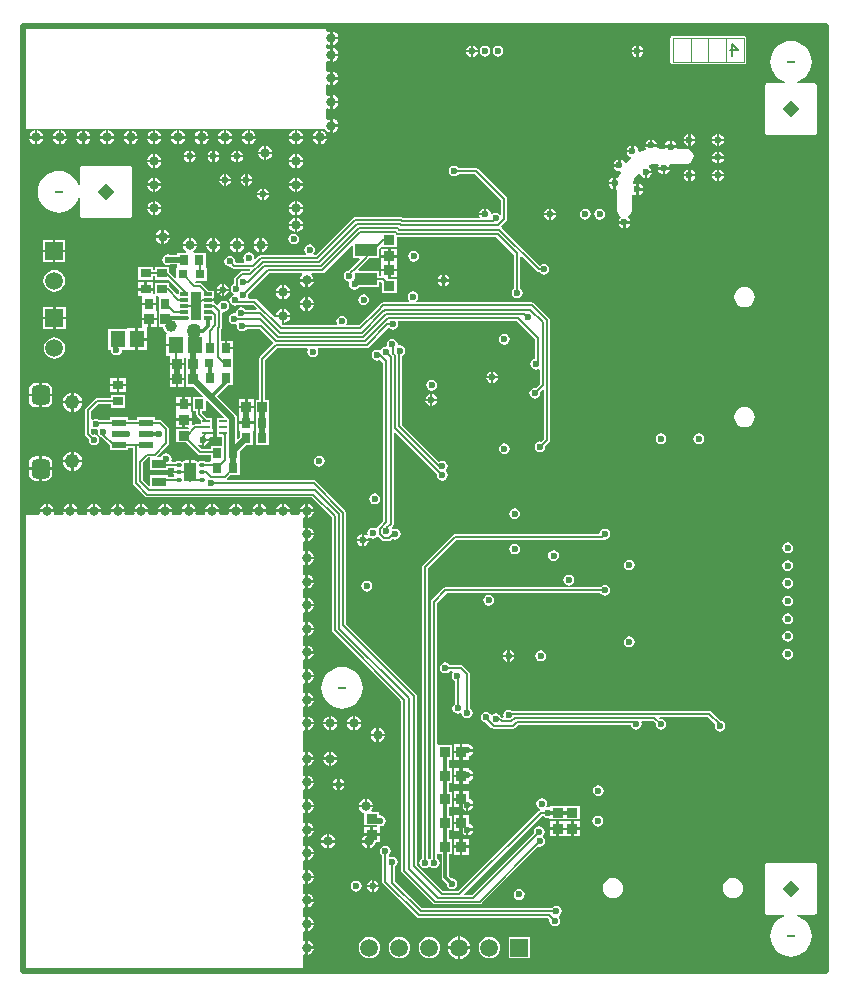
<source format=gbl>
G04 Layer_Physical_Order=4*
G04 Layer_Color=16711680*
%FSLAX44Y44*%
%MOMM*%
G71*
G01*
G75*
%ADD25R,0.8000X0.9000*%
%ADD26R,0.9000X0.8000*%
%ADD34R,0.9500X0.8500*%
%ADD35R,0.8500X0.9500*%
%ADD42R,0.8000X0.8000*%
%ADD46C,0.2000*%
%ADD47C,0.3000*%
%ADD48C,0.1000*%
%ADD49C,0.5000*%
%ADD51C,0.1500*%
%ADD52C,0.1320*%
%ADD55C,1.5000*%
%ADD56R,1.5000X1.5000*%
%ADD57R,1.5000X1.5000*%
G04:AMPARAMS|DCode=58|XSize=1.65mm|YSize=1.55mm|CornerRadius=0.3875mm|HoleSize=0mm|Usage=FLASHONLY|Rotation=90.000|XOffset=0mm|YOffset=0mm|HoleType=Round|Shape=RoundedRectangle|*
%AMROUNDEDRECTD58*
21,1,1.6500,0.7750,0,0,90.0*
21,1,0.8750,1.5500,0,0,90.0*
1,1,0.7750,0.3875,0.4375*
1,1,0.7750,0.3875,-0.4375*
1,1,0.7750,-0.3875,-0.4375*
1,1,0.7750,-0.3875,0.4375*
%
%ADD58ROUNDEDRECTD58*%
%ADD59O,1.2000X1.2500*%
%ADD60O,0.7000X0.2300*%
%ADD61C,0.6000*%
%ADD62C,0.8000*%
%ADD63C,0.5000*%
%ADD64C,1.0000*%
%ADD65C,1.2700*%
%ADD87P,1.4142X4X180.0*%
%ADD88R,1.9000X1.1000*%
G04:AMPARAMS|DCode=89|XSize=1mm|YSize=1.6mm|CornerRadius=0.05mm|HoleSize=0mm|Usage=FLASHONLY|Rotation=0.000|XOffset=0mm|YOffset=0mm|HoleType=Round|Shape=RoundedRectangle|*
%AMROUNDEDRECTD89*
21,1,1.0000,1.5000,0,0,0.0*
21,1,0.9000,1.6000,0,0,0.0*
1,1,0.1000,0.4500,-0.7500*
1,1,0.1000,-0.4500,-0.7500*
1,1,0.1000,-0.4500,0.7500*
1,1,0.1000,0.4500,0.7500*
%
%ADD89ROUNDEDRECTD89*%
G04:AMPARAMS|DCode=90|XSize=0.3mm|YSize=0.45mm|CornerRadius=0.0495mm|HoleSize=0mm|Usage=FLASHONLY|Rotation=270.000|XOffset=0mm|YOffset=0mm|HoleType=Round|Shape=RoundedRectangle|*
%AMROUNDEDRECTD90*
21,1,0.3000,0.3510,0,0,270.0*
21,1,0.2010,0.4500,0,0,270.0*
1,1,0.0990,-0.1755,-0.1005*
1,1,0.0990,-0.1755,0.1005*
1,1,0.0990,0.1755,0.1005*
1,1,0.0990,0.1755,-0.1005*
%
%ADD90ROUNDEDRECTD90*%
%ADD91R,0.6604X0.3048*%
%ADD92R,0.8382X2.3876*%
%ADD93R,0.7000X0.2500*%
%ADD94R,1.2000X0.8000*%
%ADD95R,1.2000X0.6000*%
%ADD96R,1.3000X1.4500*%
G36*
X677961Y2039D02*
X236624D01*
Y13629D01*
X237894Y14301D01*
X239000Y14081D01*
Y20000D01*
Y25919D01*
X237894Y25699D01*
X236624Y26371D01*
Y33629D01*
X237894Y34301D01*
X239000Y34081D01*
Y40000D01*
Y45919D01*
X237894Y45699D01*
X236624Y46371D01*
Y53629D01*
X237894Y54301D01*
X239000Y54081D01*
Y60000D01*
Y65919D01*
X237894Y65699D01*
X236624Y66371D01*
Y73629D01*
X237894Y74301D01*
X239000Y74081D01*
Y80000D01*
Y85919D01*
X237894Y85699D01*
X236624Y86371D01*
Y93629D01*
X237894Y94301D01*
X239000Y94081D01*
Y100000D01*
Y105919D01*
X237894Y105699D01*
X236624Y106371D01*
Y113629D01*
X237894Y114301D01*
X239000Y114081D01*
Y120000D01*
Y125919D01*
X237894Y125699D01*
X236624Y126371D01*
Y133629D01*
X237894Y134301D01*
X239000Y134081D01*
Y140000D01*
Y145919D01*
X237894Y145699D01*
X236624Y146371D01*
Y153629D01*
X237894Y154301D01*
X239000Y154081D01*
Y160000D01*
Y165919D01*
X237894Y165699D01*
X236624Y166371D01*
Y173629D01*
X237894Y174301D01*
X239000Y174081D01*
Y180000D01*
Y185919D01*
X237894Y185699D01*
X236624Y186371D01*
Y203629D01*
X237894Y204301D01*
X239000Y204081D01*
Y210000D01*
Y215919D01*
X237894Y215699D01*
X236624Y216371D01*
Y223629D01*
X237894Y224301D01*
X239000Y224081D01*
Y230000D01*
Y235919D01*
X237894Y235699D01*
X236624Y236371D01*
Y243629D01*
X237894Y244301D01*
X239000Y244081D01*
Y250000D01*
Y255919D01*
X237894Y255699D01*
X236624Y256371D01*
Y263629D01*
X237894Y264301D01*
X239000Y264081D01*
Y270000D01*
Y275919D01*
X237894Y275699D01*
X236624Y276371D01*
Y283629D01*
X237894Y284301D01*
X239000Y284081D01*
Y290000D01*
Y295919D01*
X237894Y295699D01*
X236624Y296371D01*
Y303629D01*
X237894Y304301D01*
X239000Y304081D01*
Y310000D01*
Y315919D01*
X237894Y315699D01*
X236624Y316371D01*
Y323629D01*
X237894Y324301D01*
X239000Y324081D01*
Y330000D01*
Y335919D01*
X237894Y335699D01*
X236624Y336371D01*
Y343629D01*
X237894Y344301D01*
X239000Y344081D01*
Y350000D01*
Y355919D01*
X237894Y355699D01*
X236624Y356371D01*
Y363629D01*
X237894Y364301D01*
X239000Y364081D01*
Y370000D01*
Y375919D01*
X237894Y375699D01*
X236624Y376371D01*
Y383512D01*
X237043Y383851D01*
X237894Y384301D01*
X239000Y384081D01*
Y389000D01*
X234081D01*
X234301Y387894D01*
X233851Y387043D01*
X233512Y386624D01*
X226371D01*
X225699Y387894D01*
X225919Y389000D01*
X214081D01*
X214301Y387894D01*
X213629Y386624D01*
X206371D01*
X205699Y387894D01*
X205919Y389000D01*
X194081D01*
X194301Y387894D01*
X193629Y386624D01*
X186371D01*
X185699Y387894D01*
X185919Y389000D01*
X174081D01*
X174301Y387894D01*
X173629Y386624D01*
X166371D01*
X165699Y387894D01*
X165919Y389000D01*
X154081D01*
X154301Y387894D01*
X153629Y386624D01*
X146371D01*
X145699Y387894D01*
X145919Y389000D01*
X134081D01*
X134301Y387894D01*
X133629Y386624D01*
X126371D01*
X125699Y387894D01*
X125919Y389000D01*
X114081D01*
X114301Y387894D01*
X113629Y386624D01*
X106371D01*
X105699Y387894D01*
X105919Y389000D01*
X94081D01*
X94301Y387894D01*
X93629Y386624D01*
X86371D01*
X85699Y387894D01*
X85919Y389000D01*
X74081D01*
X74301Y387894D01*
X73629Y386624D01*
X66371D01*
X65699Y387894D01*
X65919Y389000D01*
X54081D01*
X54301Y387894D01*
X53629Y386624D01*
X46371D01*
X45699Y387894D01*
X45919Y389000D01*
X34081D01*
X34301Y387894D01*
X33629Y386624D01*
X26371D01*
X25699Y387894D01*
X25919Y389000D01*
X14081D01*
X14301Y387894D01*
X13629Y386624D01*
X2039D01*
Y713376D01*
X255000D01*
X255421Y713551D01*
X256674Y711674D01*
X258659Y710348D01*
X260000Y710081D01*
Y716000D01*
Y721919D01*
X258659Y721652D01*
X257894Y721141D01*
X256624Y721819D01*
Y730181D01*
X257894Y730860D01*
X258659Y730348D01*
X260000Y730081D01*
Y736000D01*
Y741919D01*
X258659Y741652D01*
X257894Y741141D01*
X256624Y741819D01*
Y750181D01*
X257894Y750860D01*
X258659Y750348D01*
X260000Y750081D01*
Y756000D01*
Y761919D01*
X258659Y761652D01*
X257894Y761141D01*
X256624Y761819D01*
Y770181D01*
X257894Y770860D01*
X258659Y770348D01*
X260000Y770081D01*
Y776000D01*
Y781919D01*
X258659Y781652D01*
X257894Y781141D01*
X256624Y781819D01*
Y784181D01*
X257894Y784860D01*
X258659Y784348D01*
X260000Y784081D01*
Y790000D01*
Y795919D01*
X258659Y795652D01*
X257894Y795141D01*
X256624Y795819D01*
Y797961D01*
X677961D01*
Y2039D01*
D02*
G37*
%LPC*%
G36*
X121000Y395919D02*
Y391000D01*
X125919D01*
X125652Y392341D01*
X124326Y394326D01*
X122341Y395652D01*
X121000Y395919D01*
D02*
G37*
G36*
X101000D02*
Y391000D01*
X105919D01*
X105652Y392341D01*
X104326Y394326D01*
X102341Y395652D01*
X101000Y395919D01*
D02*
G37*
G36*
X119000D02*
X117659Y395652D01*
X115674Y394326D01*
X114348Y392341D01*
X114081Y391000D01*
X119000D01*
Y395919D01*
D02*
G37*
G36*
X159000D02*
X157659Y395652D01*
X155674Y394326D01*
X154348Y392341D01*
X154081Y391000D01*
X159000D01*
Y395919D01*
D02*
G37*
G36*
X141000D02*
Y391000D01*
X145919D01*
X145652Y392341D01*
X144326Y394326D01*
X142341Y395652D01*
X141000Y395919D01*
D02*
G37*
G36*
X139000D02*
X137659Y395652D01*
X135674Y394326D01*
X134348Y392341D01*
X134081Y391000D01*
X139000D01*
Y395919D01*
D02*
G37*
G36*
X99000D02*
X97659Y395652D01*
X95674Y394326D01*
X94348Y392341D01*
X94081Y391000D01*
X99000D01*
Y395919D01*
D02*
G37*
G36*
X59000D02*
X57659Y395652D01*
X55674Y394326D01*
X54348Y392341D01*
X54081Y391000D01*
X59000D01*
Y395919D01*
D02*
G37*
G36*
X41000D02*
Y391000D01*
X45919D01*
X45652Y392341D01*
X44326Y394326D01*
X42341Y395652D01*
X41000Y395919D01*
D02*
G37*
G36*
X39000D02*
X37659Y395652D01*
X35674Y394326D01*
X34348Y392341D01*
X34081Y391000D01*
X39000D01*
Y395919D01*
D02*
G37*
G36*
X81000D02*
Y391000D01*
X85919D01*
X85652Y392341D01*
X84326Y394326D01*
X82341Y395652D01*
X81000Y395919D01*
D02*
G37*
G36*
X79000D02*
X77659Y395652D01*
X75674Y394326D01*
X74348Y392341D01*
X74081Y391000D01*
X79000D01*
Y395919D01*
D02*
G37*
G36*
X61000D02*
Y391000D01*
X65919D01*
X65652Y392341D01*
X64326Y394326D01*
X62341Y395652D01*
X61000Y395919D01*
D02*
G37*
G36*
X161000D02*
Y391000D01*
X165919D01*
X165652Y392341D01*
X164326Y394326D01*
X162341Y395652D01*
X161000Y395919D01*
D02*
G37*
G36*
X13660Y424660D02*
X4795D01*
Y421285D01*
X5251Y418993D01*
X6549Y417049D01*
X8493Y415751D01*
X10785Y415295D01*
X13660D01*
Y424660D01*
D02*
G37*
G36*
X297500Y404588D02*
X295744Y404239D01*
X294256Y403244D01*
X293261Y401756D01*
X292912Y400000D01*
X293261Y398244D01*
X294256Y396756D01*
X295744Y395761D01*
X297500Y395412D01*
X299256Y395761D01*
X300744Y396756D01*
X301739Y398244D01*
X302088Y400000D01*
X301739Y401756D01*
X300744Y403244D01*
X299256Y404239D01*
X297500Y404588D01*
D02*
G37*
G36*
X241000Y395919D02*
Y391000D01*
X245919D01*
X245652Y392341D01*
X244326Y394326D01*
X242341Y395652D01*
X241000Y395919D01*
D02*
G37*
G36*
X40660Y430860D02*
X33690D01*
X33866Y429522D01*
X34672Y427575D01*
X35954Y425904D01*
X37626Y424622D01*
X39572Y423816D01*
X40660Y423673D01*
Y430860D01*
D02*
G37*
G36*
X49630D02*
X42660D01*
Y423673D01*
X43748Y423816D01*
X45694Y424622D01*
X47366Y425904D01*
X48648Y427575D01*
X49454Y429522D01*
X49630Y430860D01*
D02*
G37*
G36*
X24525Y424660D02*
X15660D01*
Y415295D01*
X18535D01*
X20827Y415751D01*
X22771Y417049D01*
X24069Y418993D01*
X24525Y421285D01*
Y424660D01*
D02*
G37*
G36*
X239000Y395919D02*
X237659Y395652D01*
X235674Y394326D01*
X234348Y392341D01*
X234081Y391000D01*
X239000D01*
Y395919D01*
D02*
G37*
G36*
X199000D02*
X197659Y395652D01*
X195674Y394326D01*
X194348Y392341D01*
X194081Y391000D01*
X199000D01*
Y395919D01*
D02*
G37*
G36*
X181000D02*
Y391000D01*
X185919D01*
X185652Y392341D01*
X184326Y394326D01*
X182341Y395652D01*
X181000Y395919D01*
D02*
G37*
G36*
X179000D02*
X177659Y395652D01*
X175674Y394326D01*
X174348Y392341D01*
X174081Y391000D01*
X179000D01*
Y395919D01*
D02*
G37*
G36*
X221000D02*
Y391000D01*
X225919D01*
X225652Y392341D01*
X224326Y394326D01*
X222341Y395652D01*
X221000Y395919D01*
D02*
G37*
G36*
X219000D02*
X217659Y395652D01*
X215674Y394326D01*
X214348Y392341D01*
X214081Y391000D01*
X219000D01*
Y395919D01*
D02*
G37*
G36*
X201000D02*
Y391000D01*
X205919D01*
X205652Y392341D01*
X204326Y394326D01*
X202341Y395652D01*
X201000Y395919D01*
D02*
G37*
G36*
X21000D02*
Y391000D01*
X25919D01*
X25652Y392341D01*
X24326Y394326D01*
X22341Y395652D01*
X21000Y395919D01*
D02*
G37*
G36*
X462000Y335588D02*
X460244Y335239D01*
X458756Y334244D01*
X457761Y332756D01*
X457412Y331000D01*
X457761Y329244D01*
X458756Y327756D01*
X460244Y326761D01*
X462000Y326412D01*
X463756Y326761D01*
X465244Y327756D01*
X466239Y329244D01*
X466588Y331000D01*
X466239Y332756D01*
X465244Y334244D01*
X463756Y335239D01*
X462000Y335588D01*
D02*
G37*
G36*
X245919Y329000D02*
X241000D01*
Y324081D01*
X242341Y324348D01*
X244326Y325674D01*
X245652Y327659D01*
X245919Y329000D01*
D02*
G37*
G36*
X647250Y333088D02*
X645494Y332739D01*
X644006Y331744D01*
X643011Y330256D01*
X642662Y328500D01*
X643011Y326744D01*
X644006Y325256D01*
X645494Y324261D01*
X647250Y323912D01*
X649006Y324261D01*
X650494Y325256D01*
X651489Y326744D01*
X651838Y328500D01*
X651489Y330256D01*
X650494Y331744D01*
X649006Y332739D01*
X647250Y333088D01*
D02*
G37*
G36*
X513250Y348588D02*
X511494Y348239D01*
X510006Y347244D01*
X509011Y345756D01*
X508662Y344000D01*
X509011Y342244D01*
X510006Y340756D01*
X511494Y339761D01*
X513250Y339412D01*
X515006Y339761D01*
X516494Y340756D01*
X517489Y342244D01*
X517838Y344000D01*
X517489Y345756D01*
X516494Y347244D01*
X515006Y348239D01*
X513250Y348588D01*
D02*
G37*
G36*
X647250Y348088D02*
X645494Y347739D01*
X644006Y346744D01*
X643011Y345256D01*
X642662Y343500D01*
X643011Y341744D01*
X644006Y340256D01*
X645494Y339261D01*
X647250Y338912D01*
X649006Y339261D01*
X650494Y340256D01*
X651489Y341744D01*
X651838Y343500D01*
X651489Y345256D01*
X650494Y346744D01*
X649006Y347739D01*
X647250Y348088D01*
D02*
G37*
G36*
X241000Y335919D02*
Y331000D01*
X245919D01*
X245652Y332341D01*
X244326Y334326D01*
X242341Y335652D01*
X241000Y335919D01*
D02*
G37*
G36*
X291000Y330588D02*
X289244Y330239D01*
X287756Y329244D01*
X286761Y327756D01*
X286412Y326000D01*
X286761Y324244D01*
X287756Y322756D01*
X289244Y321761D01*
X291000Y321412D01*
X292756Y321761D01*
X294244Y322756D01*
X295239Y324244D01*
X295588Y326000D01*
X295239Y327756D01*
X294244Y329244D01*
X292756Y330239D01*
X291000Y330588D01*
D02*
G37*
G36*
X245919Y309000D02*
X241000D01*
Y304081D01*
X242341Y304348D01*
X244326Y305674D01*
X245652Y307659D01*
X245919Y309000D01*
D02*
G37*
G36*
X647250Y303088D02*
X645494Y302739D01*
X644006Y301744D01*
X643011Y300256D01*
X642662Y298500D01*
X643011Y296744D01*
X644006Y295256D01*
X645494Y294261D01*
X647250Y293912D01*
X649006Y294261D01*
X650494Y295256D01*
X651489Y296744D01*
X651838Y298500D01*
X651489Y300256D01*
X650494Y301744D01*
X649006Y302739D01*
X647250Y303088D01*
D02*
G37*
G36*
X241000Y295919D02*
Y291000D01*
X245919D01*
X245652Y292341D01*
X244326Y294326D01*
X242341Y295652D01*
X241000Y295919D01*
D02*
G37*
G36*
Y315919D02*
Y311000D01*
X245919D01*
X245652Y312341D01*
X244326Y314326D01*
X242341Y315652D01*
X241000Y315919D01*
D02*
G37*
G36*
X394000Y318588D02*
X392244Y318239D01*
X390756Y317244D01*
X389761Y315756D01*
X389412Y314000D01*
X389761Y312244D01*
X390756Y310756D01*
X392244Y309761D01*
X394000Y309412D01*
X395756Y309761D01*
X397244Y310756D01*
X398239Y312244D01*
X398588Y314000D01*
X398239Y315756D01*
X397244Y317244D01*
X395756Y318239D01*
X394000Y318588D01*
D02*
G37*
G36*
X647250Y318088D02*
X645494Y317739D01*
X644006Y316744D01*
X643011Y315256D01*
X642662Y313500D01*
X643011Y311744D01*
X644006Y310256D01*
X645494Y309261D01*
X647250Y308912D01*
X649006Y309261D01*
X650494Y310256D01*
X651489Y311744D01*
X651838Y313500D01*
X651489Y315256D01*
X650494Y316744D01*
X649006Y317739D01*
X647250Y318088D01*
D02*
G37*
G36*
X245919Y349000D02*
X241000D01*
Y344081D01*
X242341Y344348D01*
X244326Y345674D01*
X245652Y347659D01*
X245919Y349000D01*
D02*
G37*
G36*
X241000Y375919D02*
Y371000D01*
X245919D01*
X245652Y372341D01*
X244326Y374326D01*
X242341Y375652D01*
X241000Y375919D01*
D02*
G37*
G36*
X286500Y369899D02*
X285549Y369710D01*
X283895Y368605D01*
X282790Y366951D01*
X282601Y366000D01*
X286500D01*
Y369899D01*
D02*
G37*
G36*
X492500Y374588D02*
X490744Y374239D01*
X489256Y373244D01*
X488261Y371756D01*
X487922Y370049D01*
X365500D01*
X364525Y369855D01*
X363698Y369302D01*
X338197Y343802D01*
X337644Y342975D01*
X337450Y341999D01*
Y95709D01*
X336755Y95244D01*
X335760Y93756D01*
X335411Y92000D01*
X335760Y90244D01*
X336755Y88756D01*
X338243Y87761D01*
X339999Y87412D01*
X341755Y87761D01*
X343244Y88756D01*
X343365Y88937D01*
X344635D01*
X344756Y88756D01*
X346244Y87761D01*
X348000Y87412D01*
X349756Y87761D01*
X351244Y88756D01*
X352239Y90244D01*
X352588Y92000D01*
X352239Y93756D01*
X351244Y95244D01*
X350549Y95709D01*
Y98963D01*
X351700Y99250D01*
X351819Y99250D01*
X354391D01*
Y79550D01*
X354391Y79550D01*
X354624Y78380D01*
X355287Y77387D01*
X358455Y74219D01*
X358412Y74000D01*
X358761Y72244D01*
X359756Y70756D01*
X361244Y69761D01*
X363000Y69412D01*
X364756Y69761D01*
X366244Y70756D01*
X367239Y72244D01*
X367588Y74000D01*
X367239Y75756D01*
X366244Y77244D01*
X364756Y78239D01*
X363000Y78588D01*
X362781Y78545D01*
X360509Y80817D01*
Y99250D01*
X363200D01*
Y111750D01*
X360509D01*
Y119250D01*
X363200D01*
Y131750D01*
X360509D01*
Y139250D01*
X363200D01*
Y151750D01*
X360509D01*
Y159250D01*
X363200D01*
Y171750D01*
X360509D01*
Y179250D01*
X363200D01*
Y191750D01*
X351819D01*
X351700Y191750D01*
X350549Y192037D01*
Y311944D01*
X358556Y319951D01*
X488791D01*
X489256Y319256D01*
X490744Y318261D01*
X492500Y317912D01*
X494256Y318261D01*
X495744Y319256D01*
X496739Y320744D01*
X497088Y322500D01*
X496739Y324256D01*
X495744Y325744D01*
X494256Y326739D01*
X492500Y327088D01*
X490744Y326739D01*
X489256Y325744D01*
X488791Y325049D01*
X357500D01*
X356525Y324855D01*
X355698Y324302D01*
X346198Y314802D01*
X345645Y313975D01*
X345451Y313000D01*
Y95709D01*
X344756Y95244D01*
X343456Y95151D01*
X342548Y95995D01*
Y340943D01*
X366556Y364951D01*
X490000D01*
X490975Y365145D01*
X491633Y365584D01*
X492500Y365412D01*
X494256Y365761D01*
X495744Y366756D01*
X496739Y368244D01*
X497088Y370000D01*
X496739Y371756D01*
X495744Y373244D01*
X494256Y374239D01*
X492500Y374588D01*
D02*
G37*
G36*
X19000Y395919D02*
X17659Y395652D01*
X15674Y394326D01*
X14348Y392341D01*
X14081Y391000D01*
X19000D01*
Y395919D01*
D02*
G37*
G36*
X245919Y389000D02*
X241000D01*
Y384081D01*
X242341Y384348D01*
X244326Y385674D01*
X245652Y387659D01*
X245919Y389000D01*
D02*
G37*
G36*
X416000Y392088D02*
X414244Y391739D01*
X412756Y390744D01*
X411761Y389256D01*
X411412Y387500D01*
X411761Y385744D01*
X412756Y384256D01*
X414244Y383261D01*
X416000Y382912D01*
X417756Y383261D01*
X419244Y384256D01*
X420239Y385744D01*
X420588Y387500D01*
X420239Y389256D01*
X419244Y390744D01*
X417756Y391739D01*
X416000Y392088D01*
D02*
G37*
G36*
X245919Y369000D02*
X241000D01*
Y364081D01*
X242341Y364348D01*
X244326Y365674D01*
X245652Y367659D01*
X245919Y369000D01*
D02*
G37*
G36*
X416000Y362088D02*
X414244Y361739D01*
X412756Y360744D01*
X411761Y359256D01*
X411412Y357500D01*
X411761Y355744D01*
X412756Y354256D01*
X414244Y353261D01*
X416000Y352912D01*
X417756Y353261D01*
X419244Y354256D01*
X420239Y355744D01*
X420588Y357500D01*
X420239Y359256D01*
X419244Y360744D01*
X417756Y361739D01*
X416000Y362088D01*
D02*
G37*
G36*
X241000Y355919D02*
Y351000D01*
X245919D01*
X245652Y352341D01*
X244326Y354326D01*
X242341Y355652D01*
X241000Y355919D01*
D02*
G37*
G36*
X449000Y356588D02*
X447244Y356239D01*
X445756Y355244D01*
X444761Y353756D01*
X444412Y352000D01*
X444761Y350244D01*
X445756Y348756D01*
X447244Y347761D01*
X449000Y347412D01*
X450756Y347761D01*
X452244Y348756D01*
X453239Y350244D01*
X453588Y352000D01*
X453239Y353756D01*
X452244Y355244D01*
X450756Y356239D01*
X449000Y356588D01*
D02*
G37*
G36*
X292399Y364000D02*
X288500D01*
Y360101D01*
X289451Y360290D01*
X291105Y361395D01*
X292210Y363049D01*
X292399Y364000D01*
D02*
G37*
G36*
X286500D02*
X282601D01*
X282790Y363049D01*
X283895Y361395D01*
X285549Y360290D01*
X286500Y360101D01*
Y364000D01*
D02*
G37*
G36*
X647250Y363088D02*
X645494Y362739D01*
X644006Y361744D01*
X643011Y360256D01*
X642662Y358500D01*
X643011Y356744D01*
X644006Y355256D01*
X645494Y354261D01*
X647250Y353912D01*
X649006Y354261D01*
X650494Y355256D01*
X651489Y356744D01*
X651838Y358500D01*
X651489Y360256D01*
X650494Y361744D01*
X649006Y362739D01*
X647250Y363088D01*
D02*
G37*
G36*
X13660Y436025D02*
X10785D01*
X8493Y435569D01*
X6549Y434271D01*
X5251Y432327D01*
X4795Y430035D01*
Y426660D01*
X13660D01*
Y436025D01*
D02*
G37*
G36*
X396000Y507899D02*
X395049Y507710D01*
X393395Y506605D01*
X392290Y504951D01*
X392101Y504000D01*
X396000D01*
Y507899D01*
D02*
G37*
G36*
X136500Y513250D02*
X130250D01*
X124000D01*
Y507500D01*
Y502250D01*
X130250D01*
X136500D01*
Y507500D01*
Y513250D01*
D02*
G37*
G36*
X401899Y502000D02*
X398000D01*
Y498101D01*
X398951Y498290D01*
X400605Y499395D01*
X401710Y501049D01*
X401899Y502000D01*
D02*
G37*
G36*
X312500Y535338D02*
X310744Y534989D01*
X309256Y533994D01*
X308261Y532506D01*
X307912Y530750D01*
X308067Y529971D01*
X307250Y528838D01*
X305494Y528489D01*
X304006Y527494D01*
X303011Y526006D01*
X301621Y525530D01*
X301270Y525764D01*
X299515Y526114D01*
X297759Y525764D01*
X296270Y524770D01*
X295276Y523281D01*
X294926Y521525D01*
X295276Y519770D01*
X296270Y518281D01*
X297759Y517286D01*
X299515Y516937D01*
X301270Y517286D01*
X302206Y517911D01*
X304951Y515166D01*
Y381334D01*
X300198Y376581D01*
X299645Y375754D01*
X299601Y375532D01*
X298226Y374924D01*
X297755Y375238D01*
X295999Y375587D01*
X294244Y375238D01*
X292755Y374244D01*
X291761Y372755D01*
X291411Y370999D01*
X291657Y369763D01*
X290514Y368999D01*
X289451Y369710D01*
X288500Y369899D01*
Y366000D01*
X292399D01*
X292292Y366537D01*
X293349Y367358D01*
X294244Y366760D01*
X295999Y366411D01*
X297755Y366760D01*
X299244Y367755D01*
X300808Y367809D01*
X303419Y365198D01*
X304246Y364645D01*
X305222Y364451D01*
X309778D01*
X310754Y364645D01*
X311581Y365198D01*
X312585Y366202D01*
X313244Y365761D01*
X315000Y365412D01*
X316756Y365761D01*
X318244Y366756D01*
X319239Y368244D01*
X319588Y370000D01*
X319239Y371756D01*
X318244Y373244D01*
X316756Y374239D01*
X315000Y374588D01*
X313244Y374239D01*
X312080Y374832D01*
X311846Y375791D01*
X312802Y376748D01*
X313355Y377575D01*
X313549Y378550D01*
Y455909D01*
X314722Y456395D01*
X350529Y420588D01*
X350412Y420000D01*
X350761Y418244D01*
X351756Y416756D01*
X353244Y415761D01*
X355000Y415412D01*
X356756Y415761D01*
X358244Y416756D01*
X359239Y418244D01*
X359588Y420000D01*
X359239Y421756D01*
X358244Y423244D01*
Y424256D01*
X359239Y425744D01*
X359588Y427500D01*
X359239Y429256D01*
X358244Y430744D01*
X356756Y431739D01*
X355000Y432088D01*
X353244Y431739D01*
X352221Y431055D01*
X320549Y462727D01*
Y520970D01*
X320756Y521011D01*
X322244Y522006D01*
X323239Y523494D01*
X323588Y525250D01*
X323239Y527006D01*
X322244Y528494D01*
X320756Y529489D01*
X319000Y529838D01*
X318169Y529673D01*
X317088Y530750D01*
X316739Y532506D01*
X315744Y533994D01*
X314256Y534989D01*
X312500Y535338D01*
D02*
G37*
G36*
X26500Y536678D02*
X24150Y536368D01*
X21961Y535462D01*
X20081Y534019D01*
X18638Y532139D01*
X17731Y529949D01*
X17422Y527600D01*
X17731Y525251D01*
X18638Y523061D01*
X20081Y521181D01*
X21961Y519739D01*
X24150Y518832D01*
X26500Y518522D01*
X28849Y518832D01*
X31038Y519739D01*
X32918Y521181D01*
X34361Y523061D01*
X35268Y525251D01*
X35577Y527600D01*
X35268Y529949D01*
X34361Y532139D01*
X32918Y534019D01*
X31038Y535462D01*
X28849Y536368D01*
X26500Y536678D01*
D02*
G37*
G36*
X398000Y507899D02*
Y504000D01*
X401899D01*
X401710Y504951D01*
X400605Y506605D01*
X398951Y507710D01*
X398000Y507899D01*
D02*
G37*
G36*
X396000Y502000D02*
X392101D01*
X392290Y501049D01*
X393395Y499395D01*
X395049Y498290D01*
X396000Y498101D01*
Y502000D01*
D02*
G37*
G36*
X129250Y500250D02*
X124000D01*
Y494500D01*
X129250D01*
Y500250D01*
D02*
G37*
G36*
X345750Y500838D02*
X343994Y500489D01*
X342506Y499494D01*
X341511Y498006D01*
X341162Y496250D01*
X341511Y494494D01*
X342506Y493006D01*
X343994Y492011D01*
X345750Y491662D01*
X347506Y492011D01*
X348994Y493006D01*
X349989Y494494D01*
X350338Y496250D01*
X349989Y498006D01*
X348994Y499494D01*
X347506Y500489D01*
X345750Y500838D01*
D02*
G37*
G36*
X86750Y495250D02*
X81250D01*
Y490250D01*
X86750D01*
Y495250D01*
D02*
G37*
G36*
Y502250D02*
X81250D01*
Y497250D01*
X86750D01*
Y502250D01*
D02*
G37*
G36*
X79250D02*
X73750D01*
Y497250D01*
X79250D01*
Y502250D01*
D02*
G37*
G36*
X136500Y500250D02*
X131250D01*
Y494500D01*
X136500D01*
Y500250D01*
D02*
G37*
G36*
X95000Y544250D02*
X87500D01*
Y543750D01*
X72000D01*
Y526250D01*
X74207D01*
X74412Y526000D01*
X74761Y524244D01*
X75756Y522756D01*
X77244Y521761D01*
X79000Y521412D01*
X80756Y521761D01*
X82244Y522756D01*
X83239Y524244D01*
X83588Y526000D01*
X83793Y526250D01*
X87500D01*
Y525750D01*
X95000D01*
Y535000D01*
Y544250D01*
D02*
G37*
G36*
X25499Y562500D02*
X16999D01*
Y554000D01*
X25499D01*
Y562500D01*
D02*
G37*
G36*
X112840Y564110D02*
X106840D01*
X100840D01*
Y558860D01*
X100590D01*
Y553110D01*
X106840D01*
X113090D01*
Y558860D01*
X112840D01*
Y564110D01*
D02*
G37*
G36*
X225919Y554000D02*
X221000D01*
Y549081D01*
X222341Y549348D01*
X224326Y550674D01*
X225652Y552659D01*
X225919Y554000D01*
D02*
G37*
G36*
X221000Y560919D02*
Y556000D01*
X225919D01*
X225652Y557341D01*
X224326Y559326D01*
X222341Y560652D01*
X221000Y560919D01*
D02*
G37*
G36*
X219000D02*
X217659Y560652D01*
X215674Y559326D01*
X214348Y557341D01*
X214081Y556000D01*
X219000D01*
Y560919D01*
D02*
G37*
G36*
X35999Y562500D02*
X27499D01*
Y554000D01*
X35999D01*
Y562500D01*
D02*
G37*
G36*
X113090Y551110D02*
X107839D01*
Y545360D01*
X113090D01*
Y551110D01*
D02*
G37*
G36*
X407500Y539588D02*
X405744Y539239D01*
X404256Y538244D01*
X403261Y536756D01*
X402912Y535000D01*
X403261Y533244D01*
X404256Y531756D01*
X405744Y530761D01*
X407500Y530412D01*
X409256Y530761D01*
X410744Y531756D01*
X411739Y533244D01*
X412088Y535000D01*
X411739Y536756D01*
X410744Y538244D01*
X409256Y539239D01*
X407500Y539588D01*
D02*
G37*
G36*
X177750Y534000D02*
X172750D01*
Y528500D01*
X177750D01*
Y534000D01*
D02*
G37*
G36*
X104500Y534000D02*
X97000D01*
Y525750D01*
X104500D01*
Y534000D01*
D02*
G37*
G36*
X35999Y552000D02*
X27499D01*
Y543500D01*
X35999D01*
Y552000D01*
D02*
G37*
G36*
X25499D02*
X16999D01*
Y543500D01*
X25499D01*
Y552000D01*
D02*
G37*
G36*
X105840Y551110D02*
X100590D01*
Y545520D01*
X100590Y545360D01*
X100204Y544250D01*
X97000D01*
Y536000D01*
X104500D01*
Y544090D01*
X104500Y544250D01*
X104886Y545360D01*
X105840D01*
Y551110D01*
D02*
G37*
G36*
X79250Y495250D02*
X73750D01*
Y490250D01*
X79250D01*
Y495250D01*
D02*
G37*
G36*
X195250Y476500D02*
X189000D01*
X182750D01*
Y470750D01*
X183000D01*
Y465500D01*
X189000D01*
X195000D01*
Y470750D01*
X195250D01*
Y476500D01*
D02*
G37*
G36*
X134840Y466110D02*
X129090D01*
Y460860D01*
X134840D01*
Y466110D01*
D02*
G37*
G36*
X610700Y477773D02*
X608481Y477481D01*
X606413Y476625D01*
X604638Y475262D01*
X603275Y473487D01*
X602419Y471419D01*
X602127Y469200D01*
X602419Y466981D01*
X603275Y464913D01*
X604638Y463138D01*
X606413Y461775D01*
X608481Y460919D01*
X610700Y460627D01*
X612919Y460919D01*
X614987Y461775D01*
X616762Y463138D01*
X618125Y464913D01*
X618981Y466981D01*
X619273Y469200D01*
X618981Y471419D01*
X618125Y473487D01*
X616762Y475262D01*
X614987Y476625D01*
X612919Y477481D01*
X610700Y477773D01*
D02*
G37*
G36*
X49630Y480860D02*
X42660D01*
Y473673D01*
X43748Y473816D01*
X45694Y474622D01*
X47366Y475904D01*
X48648Y477575D01*
X49454Y479522D01*
X49630Y480860D01*
D02*
G37*
G36*
X40660D02*
X33690D01*
X33866Y479522D01*
X34672Y477575D01*
X35954Y475904D01*
X37626Y474622D01*
X39572Y473816D01*
X40660Y473673D01*
Y480860D01*
D02*
G37*
G36*
X141750Y479000D02*
X135750D01*
X129750D01*
Y474357D01*
X129090Y473360D01*
X129090Y472503D01*
Y468110D01*
X135840D01*
X142590D01*
X142590Y473360D01*
X141750Y474282D01*
Y474630D01*
Y479000D01*
D02*
G37*
G36*
X572000Y455588D02*
X570244Y455239D01*
X568756Y454244D01*
X567761Y452756D01*
X567412Y451000D01*
X567761Y449244D01*
X568756Y447756D01*
X570244Y446761D01*
X572000Y446412D01*
X573756Y446761D01*
X575244Y447756D01*
X576239Y449244D01*
X576588Y451000D01*
X576239Y452756D01*
X575244Y454244D01*
X573756Y455239D01*
X572000Y455588D01*
D02*
G37*
G36*
X40660Y440047D02*
X39572Y439904D01*
X37626Y439098D01*
X35954Y437816D01*
X34672Y436144D01*
X33866Y434198D01*
X33690Y432860D01*
X40660D01*
Y440047D01*
D02*
G37*
G36*
X250761Y436344D02*
X249005Y435995D01*
X247517Y435000D01*
X246522Y433512D01*
X246173Y431756D01*
X246522Y430000D01*
X247517Y428512D01*
X249005Y427517D01*
X250761Y427168D01*
X252517Y427517D01*
X254005Y428512D01*
X255000Y430000D01*
X255349Y431756D01*
X255000Y433512D01*
X254005Y435000D01*
X252517Y435995D01*
X250761Y436344D01*
D02*
G37*
G36*
X18535Y436025D02*
X15660D01*
Y426660D01*
X24525D01*
Y430035D01*
X24069Y432327D01*
X22771Y434271D01*
X20827Y435569D01*
X18535Y436025D01*
D02*
G37*
G36*
X540000Y455588D02*
X538244Y455239D01*
X536756Y454244D01*
X535761Y452756D01*
X535412Y451000D01*
X535761Y449244D01*
X536756Y447756D01*
X538244Y446761D01*
X540000Y446412D01*
X541756Y446761D01*
X543244Y447756D01*
X544239Y449244D01*
X544588Y451000D01*
X544239Y452756D01*
X543244Y454244D01*
X541756Y455239D01*
X540000Y455588D01*
D02*
G37*
G36*
X407500Y447088D02*
X405744Y446739D01*
X404256Y445744D01*
X403261Y444256D01*
X402912Y442500D01*
X403261Y440744D01*
X404256Y439256D01*
X405744Y438261D01*
X407500Y437912D01*
X409256Y438261D01*
X410744Y439256D01*
X411739Y440744D01*
X412088Y442500D01*
X411739Y444256D01*
X410744Y445744D01*
X409256Y446739D01*
X407500Y447088D01*
D02*
G37*
G36*
X42660Y440047D02*
Y432860D01*
X49630D01*
X49454Y434198D01*
X48648Y436144D01*
X47366Y437816D01*
X45694Y439098D01*
X43748Y439904D01*
X42660Y440047D01*
D02*
G37*
G36*
X13660Y487060D02*
X4795D01*
Y483685D01*
X5251Y481393D01*
X6549Y479449D01*
X8493Y478151D01*
X10785Y477695D01*
X13660D01*
Y487060D01*
D02*
G37*
G36*
X344500Y488649D02*
X343549Y488460D01*
X341895Y487355D01*
X340790Y485701D01*
X340601Y484750D01*
X344500D01*
Y488649D01*
D02*
G37*
G36*
X42660Y490047D02*
Y482860D01*
X49630D01*
X49454Y484198D01*
X48648Y486144D01*
X47366Y487816D01*
X45694Y489098D01*
X43748Y489904D01*
X42660Y490047D01*
D02*
G37*
G36*
X40660Y490047D02*
X39572Y489904D01*
X37626Y489098D01*
X35954Y487816D01*
X34672Y486144D01*
X33866Y484198D01*
X33690Y482860D01*
X40660D01*
Y490047D01*
D02*
G37*
G36*
X18535Y498425D02*
X15660D01*
Y489060D01*
X24525D01*
Y492435D01*
X24069Y494727D01*
X22771Y496671D01*
X20827Y497969D01*
X18535Y498425D01*
D02*
G37*
G36*
X13660D02*
X10785D01*
X8493Y497969D01*
X6549Y496671D01*
X5251Y494727D01*
X4795Y492435D01*
Y489060D01*
X13660D01*
Y498425D01*
D02*
G37*
G36*
X346500Y488649D02*
Y484750D01*
X350399D01*
X350210Y485701D01*
X349105Y487355D01*
X347451Y488460D01*
X346500Y488649D01*
D02*
G37*
G36*
X141750Y486500D02*
X136750D01*
Y481000D01*
X141750D01*
Y486500D01*
D02*
G37*
G36*
X195250Y484250D02*
X190000D01*
Y478500D01*
X195250D01*
Y484250D01*
D02*
G37*
G36*
X188000D02*
X182750D01*
Y478500D01*
X188000D01*
Y484250D01*
D02*
G37*
G36*
X24525Y487060D02*
X15660D01*
Y477695D01*
X18535D01*
X20827Y478151D01*
X22771Y479449D01*
X24069Y481393D01*
X24525Y483685D01*
Y487060D01*
D02*
G37*
G36*
X134750Y486500D02*
X129750D01*
Y481000D01*
X134750D01*
Y486500D01*
D02*
G37*
G36*
X350399Y482750D02*
X346500D01*
Y478851D01*
X347451Y479040D01*
X349105Y480145D01*
X350210Y481799D01*
X350399Y482750D01*
D02*
G37*
G36*
X344500D02*
X340601D01*
X340790Y481799D01*
X341895Y480145D01*
X343549Y479040D01*
X344500Y478851D01*
Y482750D01*
D02*
G37*
G36*
X257000Y115919D02*
X255659Y115652D01*
X253674Y114326D01*
X252348Y112341D01*
X252081Y111000D01*
X257000D01*
Y115919D01*
D02*
G37*
G36*
X377200Y112250D02*
X371950D01*
Y106500D01*
X377200D01*
Y112250D01*
D02*
G37*
G36*
X369950D02*
X364700D01*
Y106500D01*
X369950D01*
Y112250D01*
D02*
G37*
G36*
X451500Y119750D02*
X445750D01*
Y114500D01*
X451500D01*
Y119750D01*
D02*
G37*
G36*
X245919Y119000D02*
X241000D01*
Y114081D01*
X242341Y114348D01*
X244326Y115674D01*
X245652Y117659D01*
X245919Y119000D01*
D02*
G37*
G36*
X259000Y115919D02*
Y111000D01*
X263919D01*
X263652Y112341D01*
X262326Y114326D01*
X260341Y115652D01*
X259000Y115919D01*
D02*
G37*
G36*
X301750Y114750D02*
X288250D01*
Y114376D01*
X288174Y114326D01*
X286848Y112341D01*
X286581Y111000D01*
X292500D01*
Y110000D01*
X293500D01*
Y104081D01*
X294841Y104348D01*
X296826Y105674D01*
X298152Y107659D01*
X298518Y109500D01*
X301750D01*
Y114750D01*
D02*
G37*
G36*
X241000Y105919D02*
Y101000D01*
X245919D01*
X245652Y102341D01*
X244326Y104326D01*
X242341Y105652D01*
X241000Y105919D01*
D02*
G37*
G36*
X377200Y104500D02*
X371950D01*
Y98750D01*
X377200D01*
Y104500D01*
D02*
G37*
G36*
X369950D02*
X364700D01*
Y98750D01*
X369950D01*
Y104500D01*
D02*
G37*
G36*
X291500Y109000D02*
X286581D01*
X286848Y107659D01*
X288174Y105674D01*
X290159Y104348D01*
X291500Y104081D01*
Y109000D01*
D02*
G37*
G36*
X263919D02*
X259000D01*
Y104081D01*
X260341Y104348D01*
X262326Y105674D01*
X263652Y107659D01*
X263919Y109000D01*
D02*
G37*
G36*
X257000D02*
X252081D01*
X252348Y107659D01*
X253674Y105674D01*
X255659Y104348D01*
X257000Y104081D01*
Y109000D01*
D02*
G37*
G36*
X464000Y127000D02*
X453500D01*
Y120750D01*
Y114500D01*
X464000D01*
Y120750D01*
Y127000D01*
D02*
G37*
G36*
X369950Y132250D02*
X364700D01*
Y126500D01*
X369950D01*
Y132250D01*
D02*
G37*
G36*
X486500Y131588D02*
X484744Y131239D01*
X483256Y130244D01*
X482261Y128756D01*
X481912Y127000D01*
X482261Y125244D01*
X483256Y123756D01*
X484744Y122761D01*
X486500Y122412D01*
X488256Y122761D01*
X489744Y123756D01*
X490739Y125244D01*
X491088Y127000D01*
X490739Y128756D01*
X489744Y130244D01*
X488256Y131239D01*
X486500Y131588D01*
D02*
G37*
G36*
X471750Y127000D02*
X466000D01*
Y121750D01*
X471750D01*
Y127000D01*
D02*
G37*
G36*
X380899Y140000D02*
X377000D01*
Y136101D01*
X377951Y136290D01*
X379605Y137395D01*
X380710Y139049D01*
X380899Y140000D01*
D02*
G37*
G36*
X377200Y152250D02*
X371950D01*
Y145500D01*
Y138061D01*
X372395Y137395D01*
X374049Y136290D01*
X375000Y136101D01*
Y141000D01*
X376000D01*
Y142000D01*
X380899D01*
X380710Y142951D01*
X379605Y144605D01*
X377951Y145710D01*
X377200Y145859D01*
Y152250D01*
D02*
G37*
G36*
X245919Y139000D02*
X241000D01*
Y134081D01*
X242341Y134348D01*
X244326Y135674D01*
X245652Y137659D01*
X245919Y139000D01*
D02*
G37*
G36*
X451500Y127000D02*
X445750D01*
Y121750D01*
X451500D01*
Y127000D01*
D02*
G37*
G36*
X380899Y119000D02*
X377000D01*
Y115101D01*
X377951Y115290D01*
X379605Y116395D01*
X380710Y118049D01*
X380899Y119000D01*
D02*
G37*
G36*
X377200Y132250D02*
X371950D01*
Y125500D01*
X370950D01*
Y124500D01*
X364700D01*
Y118750D01*
X371151D01*
X371290Y118049D01*
X372395Y116395D01*
X374049Y115290D01*
X375000Y115101D01*
Y120000D01*
X376000D01*
Y121000D01*
X380899D01*
X380710Y121951D01*
X379605Y123605D01*
X377951Y124710D01*
X377200Y124859D01*
Y132250D01*
D02*
G37*
G36*
X471750Y119750D02*
X466000D01*
Y114500D01*
X471750D01*
Y119750D01*
D02*
G37*
G36*
X241000Y125919D02*
Y121000D01*
X245919D01*
X245652Y122341D01*
X244326Y124326D01*
X242341Y125652D01*
X241000Y125919D01*
D02*
G37*
G36*
X295919Y139000D02*
X284081D01*
X284348Y137659D01*
X285674Y135674D01*
X287659Y134348D01*
X288750Y134131D01*
Y123500D01*
X299526D01*
X299740Y123270D01*
X299187Y122000D01*
X296000D01*
Y116750D01*
X301750D01*
Y121766D01*
X302325Y122644D01*
X302577Y122927D01*
X304256Y123261D01*
X305744Y124256D01*
X306739Y125744D01*
X307088Y127500D01*
X306739Y129256D01*
X305744Y130744D01*
X304256Y131739D01*
X302500Y132088D01*
X302232Y132035D01*
X301250Y132840D01*
Y135000D01*
X295403D01*
X294724Y136270D01*
X295652Y137659D01*
X295919Y139000D01*
D02*
G37*
G36*
X294000Y122000D02*
X288250D01*
Y116750D01*
X294000D01*
Y122000D01*
D02*
G37*
G36*
X245919Y99000D02*
X241000D01*
Y94081D01*
X242341Y94348D01*
X244326Y95674D01*
X245652Y97659D01*
X245919Y99000D01*
D02*
G37*
G36*
X241000Y25919D02*
Y21000D01*
X245919D01*
X245652Y22341D01*
X244326Y24326D01*
X242341Y25652D01*
X241000Y25919D01*
D02*
G37*
G36*
X245919Y19000D02*
X241000D01*
Y14081D01*
X242341Y14348D01*
X244326Y15674D01*
X245652Y17659D01*
X245919Y19000D01*
D02*
G37*
G36*
X670000Y92039D02*
X630000D01*
X629220Y91884D01*
X628558Y91442D01*
X628116Y90780D01*
X627961Y90000D01*
Y50000D01*
X628116Y49220D01*
X628558Y48558D01*
X629220Y48116D01*
X630000Y47961D01*
X644548D01*
X644736Y46691D01*
X643271Y46246D01*
X640230Y44621D01*
X637566Y42434D01*
X635379Y39769D01*
X633754Y36729D01*
X632753Y33431D01*
X632415Y30000D01*
X632753Y26569D01*
X633754Y23271D01*
X635379Y20231D01*
X637566Y17566D01*
X640230Y15379D01*
X643271Y13754D01*
X646569Y12753D01*
X650000Y12415D01*
X653431Y12753D01*
X656729Y13754D01*
X659770Y15379D01*
X662434Y17566D01*
X664621Y20231D01*
X666246Y23271D01*
X667247Y26569D01*
X667585Y30000D01*
X667247Y33431D01*
X666246Y36729D01*
X664621Y39769D01*
X662434Y42434D01*
X659770Y44621D01*
X656729Y46246D01*
X655264Y46691D01*
X655452Y47961D01*
X670000D01*
X670780Y48116D01*
X671442Y48558D01*
X671884Y49220D01*
X672039Y50000D01*
Y90000D01*
X671884Y90780D01*
X671442Y91442D01*
X670780Y91884D01*
X670000Y92039D01*
D02*
G37*
G36*
X245919Y39000D02*
X241000D01*
Y34081D01*
X242341Y34348D01*
X244326Y35674D01*
X245652Y37659D01*
X245919Y39000D01*
D02*
G37*
G36*
X370200Y29450D02*
Y21000D01*
X378650D01*
X378456Y22480D01*
X377498Y24791D01*
X375975Y26776D01*
X373991Y28298D01*
X371680Y29255D01*
X370200Y29450D01*
D02*
G37*
G36*
X368200Y29450D02*
X366720Y29255D01*
X364409Y28298D01*
X362425Y26776D01*
X360902Y24791D01*
X359944Y22480D01*
X359750Y21000D01*
X368200D01*
Y29450D01*
D02*
G37*
G36*
X429000Y29000D02*
X411000D01*
Y11000D01*
X429000D01*
Y29000D01*
D02*
G37*
G36*
X293000Y29078D02*
X290651Y28768D01*
X288461Y27861D01*
X286581Y26419D01*
X285138Y24539D01*
X284232Y22350D01*
X283922Y20000D01*
X284232Y17651D01*
X285138Y15461D01*
X286581Y13581D01*
X288461Y12139D01*
X290651Y11232D01*
X293000Y10922D01*
X295350Y11232D01*
X297539Y12139D01*
X299419Y13581D01*
X300861Y15461D01*
X301768Y17651D01*
X302078Y20000D01*
X301768Y22350D01*
X300861Y24539D01*
X299419Y26419D01*
X297539Y27861D01*
X295350Y28768D01*
X293000Y29078D01*
D02*
G37*
G36*
X378650Y19000D02*
X370200D01*
Y10550D01*
X371680Y10745D01*
X373991Y11702D01*
X375975Y13225D01*
X377498Y15209D01*
X378456Y17520D01*
X378650Y19000D01*
D02*
G37*
G36*
X368200D02*
X359750D01*
X359944Y17520D01*
X360902Y15209D01*
X362425Y13225D01*
X364409Y11702D01*
X366720Y10745D01*
X368200Y10550D01*
Y19000D01*
D02*
G37*
G36*
X394600Y29078D02*
X392251Y28768D01*
X390061Y27861D01*
X388181Y26419D01*
X386739Y24539D01*
X385832Y22350D01*
X385522Y20000D01*
X385832Y17651D01*
X386739Y15461D01*
X388181Y13581D01*
X390061Y12139D01*
X392251Y11232D01*
X394600Y10922D01*
X396950Y11232D01*
X399139Y12139D01*
X401019Y13581D01*
X402462Y15461D01*
X403368Y17651D01*
X403678Y20000D01*
X403368Y22350D01*
X402462Y24539D01*
X401019Y26419D01*
X399139Y27861D01*
X396950Y28768D01*
X394600Y29078D01*
D02*
G37*
G36*
X343800D02*
X341451Y28768D01*
X339261Y27861D01*
X337381Y26419D01*
X335938Y24539D01*
X335032Y22350D01*
X334722Y20000D01*
X335032Y17651D01*
X335938Y15461D01*
X337381Y13581D01*
X339261Y12139D01*
X341451Y11232D01*
X343800Y10922D01*
X346149Y11232D01*
X348339Y12139D01*
X350219Y13581D01*
X351661Y15461D01*
X352568Y17651D01*
X352878Y20000D01*
X352568Y22350D01*
X351661Y24539D01*
X350219Y26419D01*
X348339Y27861D01*
X346149Y28768D01*
X343800Y29078D01*
D02*
G37*
G36*
X318400D02*
X316050Y28768D01*
X313861Y27861D01*
X311981Y26419D01*
X310539Y24539D01*
X309632Y22350D01*
X309322Y20000D01*
X309632Y17651D01*
X310539Y15461D01*
X311981Y13581D01*
X313861Y12139D01*
X316050Y11232D01*
X318400Y10922D01*
X320750Y11232D01*
X322939Y12139D01*
X324819Y13581D01*
X326261Y15461D01*
X327168Y17651D01*
X327478Y20000D01*
X327168Y22350D01*
X326261Y24539D01*
X324819Y26419D01*
X322939Y27861D01*
X320750Y28768D01*
X318400Y29078D01*
D02*
G37*
G36*
X306750Y106338D02*
X304994Y105989D01*
X303506Y104994D01*
X302511Y103506D01*
X302162Y101750D01*
X302511Y99994D01*
X303506Y98506D01*
X304201Y98041D01*
Y75750D01*
X304395Y74775D01*
X304948Y73948D01*
X333198Y45698D01*
X334025Y45145D01*
X335000Y44951D01*
X443944D01*
X445575Y43320D01*
X445412Y42500D01*
X445761Y40744D01*
X446756Y39256D01*
X448244Y38261D01*
X450000Y37912D01*
X451756Y38261D01*
X453244Y39256D01*
X454239Y40744D01*
X454588Y42500D01*
X454239Y44256D01*
X453410Y45497D01*
X453341Y46061D01*
X453632Y47013D01*
X454744Y47756D01*
X455739Y49244D01*
X456088Y51000D01*
X455739Y52756D01*
X454744Y54244D01*
X453256Y55239D01*
X451500Y55588D01*
X449744Y55239D01*
X448256Y54244D01*
X447791Y53549D01*
X337556D01*
X315049Y76056D01*
Y88791D01*
X315744Y89256D01*
X316739Y90744D01*
X317088Y92500D01*
X316739Y94256D01*
X315744Y95744D01*
X314256Y96739D01*
X312500Y97088D01*
X310871Y96764D01*
X310392Y96984D01*
X309658Y97495D01*
X309636Y98266D01*
X309994Y98506D01*
X310989Y99994D01*
X311338Y101750D01*
X310989Y103506D01*
X309994Y104994D01*
X308506Y105989D01*
X306750Y106338D01*
D02*
G37*
G36*
X295000Y76899D02*
X294049Y76710D01*
X292395Y75605D01*
X291290Y73951D01*
X291101Y73000D01*
X295000D01*
Y76899D01*
D02*
G37*
G36*
X282000Y76588D02*
X280244Y76239D01*
X278756Y75244D01*
X277761Y73756D01*
X277412Y72000D01*
X277761Y70244D01*
X278756Y68756D01*
X280244Y67761D01*
X282000Y67412D01*
X283756Y67761D01*
X285244Y68756D01*
X286239Y70244D01*
X286588Y72000D01*
X286239Y73756D01*
X285244Y75244D01*
X283756Y76239D01*
X282000Y76588D01*
D02*
G37*
G36*
X300899Y71000D02*
X297000D01*
Y67101D01*
X297951Y67290D01*
X299605Y68395D01*
X300710Y70049D01*
X300899Y71000D01*
D02*
G37*
G36*
X241000Y85919D02*
Y81000D01*
X245919D01*
X245652Y82341D01*
X244326Y84326D01*
X242341Y85652D01*
X241000Y85919D01*
D02*
G37*
G36*
X245919Y79000D02*
X241000D01*
Y74081D01*
X242341Y74348D01*
X244326Y75674D01*
X245652Y77659D01*
X245919Y79000D01*
D02*
G37*
G36*
X297000Y76899D02*
Y73000D01*
X300899D01*
X300710Y73951D01*
X299605Y75605D01*
X297951Y76710D01*
X297000Y76899D01*
D02*
G37*
G36*
X295000Y71000D02*
X291101D01*
X291290Y70049D01*
X292395Y68395D01*
X294049Y67290D01*
X295000Y67101D01*
Y71000D01*
D02*
G37*
G36*
X420000Y69588D02*
X418244Y69239D01*
X416756Y68244D01*
X415761Y66756D01*
X415412Y65000D01*
X415761Y63244D01*
X416756Y61756D01*
X418244Y60761D01*
X420000Y60412D01*
X421756Y60761D01*
X423244Y61756D01*
X424239Y63244D01*
X424588Y65000D01*
X424239Y66756D01*
X423244Y68244D01*
X421756Y69239D01*
X420000Y69588D01*
D02*
G37*
G36*
X245919Y59000D02*
X241000D01*
Y54081D01*
X242341Y54348D01*
X244326Y55674D01*
X245652Y57659D01*
X245919Y59000D01*
D02*
G37*
G36*
X241000Y45919D02*
Y41000D01*
X245919D01*
X245652Y42341D01*
X244326Y44326D01*
X242341Y45652D01*
X241000Y45919D01*
D02*
G37*
G36*
X600800Y78873D02*
X598581Y78581D01*
X596513Y77724D01*
X594738Y76362D01*
X593375Y74586D01*
X592519Y72519D01*
X592227Y70300D01*
X592519Y68081D01*
X593375Y66013D01*
X594738Y64237D01*
X596513Y62875D01*
X598581Y62018D01*
X600800Y61726D01*
X603019Y62018D01*
X605087Y62875D01*
X606862Y64237D01*
X608225Y66013D01*
X609081Y68081D01*
X609373Y70300D01*
X609081Y72519D01*
X608225Y74586D01*
X606862Y76362D01*
X605087Y77724D01*
X603019Y78581D01*
X600800Y78873D01*
D02*
G37*
G36*
X499200D02*
X496981Y78581D01*
X494913Y77724D01*
X493138Y76362D01*
X491775Y74586D01*
X490919Y72519D01*
X490627Y70300D01*
X490919Y68081D01*
X491775Y66013D01*
X493138Y64237D01*
X494913Y62875D01*
X496981Y62018D01*
X499200Y61726D01*
X501419Y62018D01*
X503487Y62875D01*
X505262Y64237D01*
X506625Y66013D01*
X507481Y68081D01*
X507773Y70300D01*
X507481Y72519D01*
X506625Y74586D01*
X505262Y76362D01*
X503487Y77724D01*
X501419Y78581D01*
X499200Y78873D01*
D02*
G37*
G36*
X241000Y65919D02*
Y61000D01*
X245919D01*
X245652Y62341D01*
X244326Y64326D01*
X242341Y65652D01*
X241000Y65919D01*
D02*
G37*
G36*
X369950Y144500D02*
X364700D01*
Y138750D01*
X369950D01*
Y144500D01*
D02*
G37*
G36*
X357500Y261588D02*
X355744Y261239D01*
X354256Y260244D01*
X353261Y258756D01*
X352912Y257000D01*
X353261Y255244D01*
X354256Y253756D01*
X355744Y252761D01*
X357500Y252412D01*
X359256Y252761D01*
X360744Y253756D01*
X361209Y254451D01*
X363326D01*
X363796Y253181D01*
X363011Y252006D01*
X362662Y250250D01*
X363011Y248494D01*
X364006Y247006D01*
X365451Y246040D01*
Y226209D01*
X364756Y225744D01*
X363761Y224256D01*
X363412Y222500D01*
X363761Y220744D01*
X364756Y219256D01*
X366244Y218261D01*
X368000Y217912D01*
X369756Y218261D01*
X370204Y218561D01*
X371615Y217976D01*
X371761Y217244D01*
X372756Y215756D01*
X374244Y214761D01*
X376000Y214412D01*
X377756Y214761D01*
X379244Y215756D01*
X380239Y217244D01*
X380588Y219000D01*
X380239Y220756D01*
X379244Y222244D01*
X378549Y222709D01*
Y251750D01*
X378355Y252726D01*
X377802Y253552D01*
X372552Y258802D01*
X371726Y259355D01*
X370750Y259549D01*
X361209D01*
X360744Y260244D01*
X359256Y261239D01*
X357500Y261588D01*
D02*
G37*
G36*
X281000Y215919D02*
Y211000D01*
X285919D01*
X285652Y212341D01*
X284326Y214326D01*
X282341Y215652D01*
X281000Y215919D01*
D02*
G37*
G36*
X279000D02*
X277659Y215652D01*
X275674Y214326D01*
X274348Y212341D01*
X274081Y211000D01*
X279000D01*
Y215919D01*
D02*
G37*
G36*
X245919Y229000D02*
X241000D01*
Y224081D01*
X242341Y224348D01*
X244326Y225674D01*
X245652Y227659D01*
X245919Y229000D01*
D02*
G37*
G36*
X270000Y257585D02*
X266569Y257247D01*
X263271Y256246D01*
X260231Y254621D01*
X257566Y252434D01*
X255379Y249769D01*
X253754Y246729D01*
X252753Y243431D01*
X252415Y240000D01*
X252753Y236569D01*
X253754Y233271D01*
X255379Y230231D01*
X257566Y227566D01*
X260231Y225379D01*
X263271Y223754D01*
X266569Y222753D01*
X270000Y222415D01*
X273431Y222753D01*
X276729Y223754D01*
X279769Y225379D01*
X282434Y227566D01*
X284621Y230231D01*
X286246Y233271D01*
X287247Y236569D01*
X287585Y240000D01*
X287247Y243431D01*
X286246Y246729D01*
X284621Y249769D01*
X282434Y252434D01*
X279769Y254621D01*
X276729Y256246D01*
X273431Y257247D01*
X270000Y257585D01*
D02*
G37*
G36*
X411000Y221588D02*
X409244Y221239D01*
X407756Y220244D01*
X406761Y218756D01*
X406412Y217000D01*
X406718Y215461D01*
X406149Y214946D01*
X405671Y214712D01*
X404081Y216302D01*
X403707Y216552D01*
X403244Y217244D01*
X401756Y218239D01*
X400000Y218588D01*
X398244Y218239D01*
X396756Y217244D01*
X395570Y217756D01*
X395244Y218244D01*
X393756Y219239D01*
X392000Y219588D01*
X390244Y219239D01*
X388756Y218244D01*
X387761Y216756D01*
X387412Y215000D01*
X387761Y213244D01*
X388756Y211756D01*
X390244Y210761D01*
X392000Y210412D01*
X392171Y210446D01*
X396419Y206198D01*
X397246Y205645D01*
X398222Y205451D01*
X403778D01*
X403778Y205451D01*
X414728D01*
X415703Y205645D01*
X416530Y206198D01*
X418784Y208451D01*
X514521D01*
X514761Y207244D01*
X515756Y205756D01*
X517244Y204761D01*
X519000Y204412D01*
X520756Y204761D01*
X522244Y205756D01*
X523239Y207244D01*
X523588Y209000D01*
X523254Y210681D01*
X523252Y210903D01*
X523903Y211951D01*
X533444D01*
X535575Y209820D01*
X535412Y209000D01*
X535761Y207244D01*
X536756Y205756D01*
X538244Y204761D01*
X540000Y204412D01*
X541756Y204761D01*
X543244Y205756D01*
X544239Y207244D01*
X544588Y209000D01*
X544239Y210756D01*
X543244Y212244D01*
X541756Y213239D01*
X540000Y213588D01*
X539180Y213425D01*
X538327Y214278D01*
X538813Y215451D01*
X579944D01*
X585913Y209483D01*
X585761Y209256D01*
X585412Y207500D01*
X585761Y205744D01*
X586756Y204256D01*
X588244Y203261D01*
X590000Y202912D01*
X591756Y203261D01*
X593244Y204256D01*
X594239Y205744D01*
X594588Y207500D01*
X594239Y209256D01*
X593244Y210744D01*
X591756Y211739D01*
X590645Y211960D01*
X582802Y219802D01*
X581976Y220355D01*
X581000Y220549D01*
X413788D01*
X412756Y221239D01*
X411000Y221588D01*
D02*
G37*
G36*
X261000Y215919D02*
Y211000D01*
X265919D01*
X265652Y212341D01*
X264326Y214326D01*
X262341Y215652D01*
X261000Y215919D01*
D02*
G37*
G36*
X279000Y209000D02*
X274081D01*
X274348Y207659D01*
X275674Y205674D01*
X277659Y204348D01*
X279000Y204081D01*
Y209000D01*
D02*
G37*
G36*
X265919D02*
X261000D01*
Y204081D01*
X262341Y204348D01*
X264326Y205674D01*
X265652Y207659D01*
X265919Y209000D01*
D02*
G37*
G36*
X259000D02*
X254081D01*
X254348Y207659D01*
X255674Y205674D01*
X257659Y204348D01*
X259000Y204081D01*
Y209000D01*
D02*
G37*
G36*
Y215919D02*
X257659Y215652D01*
X255674Y214326D01*
X254348Y212341D01*
X254081Y211000D01*
X259000D01*
Y215919D01*
D02*
G37*
G36*
X241000D02*
Y211000D01*
X245919D01*
X245652Y212341D01*
X244326Y214326D01*
X242341Y215652D01*
X241000Y215919D01*
D02*
G37*
G36*
X285919Y209000D02*
X281000D01*
Y204081D01*
X282341Y204348D01*
X284326Y205674D01*
X285652Y207659D01*
X285919Y209000D01*
D02*
G37*
G36*
X241000Y235919D02*
Y231000D01*
X245919D01*
X245652Y232341D01*
X244326Y234326D01*
X242341Y235652D01*
X241000Y235919D01*
D02*
G37*
G36*
Y275919D02*
Y271000D01*
X245919D01*
X245652Y272341D01*
X244326Y274326D01*
X242341Y275652D01*
X241000Y275919D01*
D02*
G37*
G36*
X412000Y271899D02*
Y268000D01*
X415899D01*
X415710Y268951D01*
X414605Y270605D01*
X412951Y271710D01*
X412000Y271899D01*
D02*
G37*
G36*
X410000D02*
X409049Y271710D01*
X407395Y270605D01*
X406290Y268951D01*
X406101Y268000D01*
X410000D01*
Y271899D01*
D02*
G37*
G36*
X245919Y289000D02*
X241000D01*
Y284081D01*
X242341Y284348D01*
X244326Y285674D01*
X245652Y287659D01*
X245919Y289000D01*
D02*
G37*
G36*
X647250Y288088D02*
X645494Y287739D01*
X644006Y286744D01*
X643011Y285256D01*
X642662Y283500D01*
X643011Y281744D01*
X644006Y280256D01*
X645494Y279261D01*
X647250Y278912D01*
X649006Y279261D01*
X650494Y280256D01*
X651489Y281744D01*
X651838Y283500D01*
X651489Y285256D01*
X650494Y286744D01*
X649006Y287739D01*
X647250Y288088D01*
D02*
G37*
G36*
X513250Y283588D02*
X511494Y283239D01*
X510006Y282244D01*
X509011Y280756D01*
X508662Y279000D01*
X509011Y277244D01*
X510006Y275756D01*
X511494Y274761D01*
X513250Y274412D01*
X515006Y274761D01*
X516494Y275756D01*
X517489Y277244D01*
X517838Y279000D01*
X517489Y280756D01*
X516494Y282244D01*
X515006Y283239D01*
X513250Y283588D01*
D02*
G37*
G36*
X245919Y269000D02*
X241000D01*
Y264081D01*
X242341Y264348D01*
X244326Y265674D01*
X245652Y267659D01*
X245919Y269000D01*
D02*
G37*
G36*
X410000Y266000D02*
X406101D01*
X406290Y265049D01*
X407395Y263395D01*
X409049Y262290D01*
X410000Y262101D01*
Y266000D01*
D02*
G37*
G36*
X241000Y255919D02*
Y251000D01*
X245919D01*
X245652Y252341D01*
X244326Y254326D01*
X242341Y255652D01*
X241000Y255919D01*
D02*
G37*
G36*
X245919Y249000D02*
X241000D01*
Y244081D01*
X242341Y244348D01*
X244326Y245674D01*
X245652Y247659D01*
X245919Y249000D01*
D02*
G37*
G36*
X647250Y273088D02*
X645494Y272739D01*
X644006Y271744D01*
X643011Y270256D01*
X642662Y268500D01*
X643011Y266744D01*
X644006Y265256D01*
X645494Y264261D01*
X647250Y263912D01*
X649006Y264261D01*
X650494Y265256D01*
X651489Y266744D01*
X651838Y268500D01*
X651489Y270256D01*
X650494Y271744D01*
X649006Y272739D01*
X647250Y273088D01*
D02*
G37*
G36*
X438000Y271588D02*
X436244Y271239D01*
X434756Y270244D01*
X433761Y268756D01*
X433412Y267000D01*
X433761Y265244D01*
X434756Y263756D01*
X436244Y262761D01*
X438000Y262412D01*
X439756Y262761D01*
X441244Y263756D01*
X442239Y265244D01*
X442588Y267000D01*
X442239Y268756D01*
X441244Y270244D01*
X439756Y271239D01*
X438000Y271588D01*
D02*
G37*
G36*
X415899Y266000D02*
X412000D01*
Y262101D01*
X412951Y262290D01*
X414605Y263395D01*
X415710Y265049D01*
X415899Y266000D01*
D02*
G37*
G36*
X245919Y209000D02*
X241000D01*
Y204081D01*
X242341Y204348D01*
X244326Y205674D01*
X245652Y207659D01*
X245919Y209000D01*
D02*
G37*
G36*
X377200Y172250D02*
X371950D01*
Y165500D01*
Y158750D01*
X377200D01*
Y161141D01*
X377951Y161290D01*
X379605Y162395D01*
X380710Y164049D01*
X380899Y165000D01*
X376000D01*
Y167000D01*
X380899D01*
X380710Y167951D01*
X379605Y169605D01*
X377951Y170710D01*
X377200Y170859D01*
Y172250D01*
D02*
G37*
G36*
X369950Y164500D02*
X364700D01*
Y158750D01*
X369950D01*
Y164500D01*
D02*
G37*
G36*
X245919Y159000D02*
X241000D01*
Y154081D01*
X242341Y154348D01*
X244326Y155674D01*
X245652Y157659D01*
X245919Y159000D01*
D02*
G37*
G36*
X241000Y165919D02*
Y161000D01*
X245919D01*
X245652Y162341D01*
X244326Y164326D01*
X242341Y165652D01*
X241000Y165919D01*
D02*
G37*
G36*
X268000Y162899D02*
Y159000D01*
X271899D01*
X271710Y159951D01*
X270605Y161605D01*
X268951Y162710D01*
X268000Y162899D01*
D02*
G37*
G36*
X266000D02*
X265049Y162710D01*
X263395Y161605D01*
X262290Y159951D01*
X262101Y159000D01*
X266000D01*
Y162899D01*
D02*
G37*
G36*
X271899Y157000D02*
X268000D01*
Y153101D01*
X268951Y153290D01*
X270605Y154395D01*
X271710Y156049D01*
X271899Y157000D01*
D02*
G37*
G36*
X291000Y145919D02*
Y141000D01*
X295919D01*
X295652Y142341D01*
X294326Y144326D01*
X292341Y145652D01*
X291000Y145919D01*
D02*
G37*
G36*
X289000D02*
X287659Y145652D01*
X285674Y144326D01*
X284348Y142341D01*
X284081Y141000D01*
X289000D01*
Y145919D01*
D02*
G37*
G36*
X241000D02*
Y141000D01*
X245919D01*
X245652Y142341D01*
X244326Y144326D01*
X242341Y145652D01*
X241000Y145919D01*
D02*
G37*
G36*
X266000Y157000D02*
X262101D01*
X262290Y156049D01*
X263395Y154395D01*
X265049Y153290D01*
X266000Y153101D01*
Y157000D01*
D02*
G37*
G36*
X487000Y157588D02*
X485244Y157239D01*
X483756Y156244D01*
X482761Y154756D01*
X482412Y153000D01*
X482761Y151244D01*
X483756Y149756D01*
X485244Y148761D01*
X487000Y148412D01*
X488756Y148761D01*
X490244Y149756D01*
X491239Y151244D01*
X491588Y153000D01*
X491239Y154756D01*
X490244Y156244D01*
X488756Y157239D01*
X487000Y157588D01*
D02*
G37*
G36*
X369950Y152250D02*
X364700D01*
Y146500D01*
X369950D01*
Y152250D01*
D02*
G37*
G36*
X369950Y172250D02*
X364700D01*
Y166500D01*
X369950D01*
Y172250D01*
D02*
G37*
G36*
X299000Y199000D02*
X294081D01*
X294348Y197659D01*
X295674Y195674D01*
X297659Y194348D01*
X299000Y194081D01*
Y199000D01*
D02*
G37*
G36*
X369950Y192250D02*
X364700D01*
Y186500D01*
X369950D01*
Y192250D01*
D02*
G37*
G36*
X261000Y185919D02*
Y181000D01*
X265919D01*
X265652Y182341D01*
X264326Y184326D01*
X262341Y185652D01*
X261000Y185919D01*
D02*
G37*
G36*
X301000Y205919D02*
Y201000D01*
X305919D01*
X305652Y202341D01*
X304326Y204326D01*
X302341Y205652D01*
X301000Y205919D01*
D02*
G37*
G36*
X299000D02*
X297659Y205652D01*
X295674Y204326D01*
X294348Y202341D01*
X294081Y201000D01*
X299000D01*
Y205919D01*
D02*
G37*
G36*
X305919Y199000D02*
X301000D01*
Y194081D01*
X302341Y194348D01*
X304326Y195674D01*
X305652Y197659D01*
X305919Y199000D01*
D02*
G37*
G36*
X259000Y185919D02*
X257659Y185652D01*
X255674Y184326D01*
X254348Y182341D01*
X254081Y181000D01*
X259000D01*
Y185919D01*
D02*
G37*
G36*
X265919Y179000D02*
X261000D01*
Y174081D01*
X262341Y174348D01*
X264326Y175674D01*
X265652Y177659D01*
X265919Y179000D01*
D02*
G37*
G36*
X259000D02*
X254081D01*
X254348Y177659D01*
X255674Y175674D01*
X257659Y174348D01*
X259000Y174081D01*
Y179000D01*
D02*
G37*
G36*
X245919D02*
X241000D01*
Y174081D01*
X242341Y174348D01*
X244326Y175674D01*
X245652Y177659D01*
X245919Y179000D01*
D02*
G37*
G36*
X241000Y185919D02*
Y181000D01*
X245919D01*
X245652Y182341D01*
X244326Y184326D01*
X242341Y185652D01*
X241000Y185919D01*
D02*
G37*
G36*
X377200Y192250D02*
X371950D01*
Y185500D01*
Y178750D01*
X377200D01*
Y182141D01*
X377951Y182290D01*
X379605Y183395D01*
X380710Y185049D01*
X380899Y186000D01*
X376000D01*
Y188000D01*
X380899D01*
X380710Y188951D01*
X379605Y190605D01*
X377951Y191710D01*
X377200Y191859D01*
Y192250D01*
D02*
G37*
G36*
X369950Y184500D02*
X364700D01*
Y178750D01*
X369950D01*
Y184500D01*
D02*
G37*
G36*
X239000Y564000D02*
X234081D01*
X234348Y562659D01*
X235674Y560674D01*
X237659Y559348D01*
X239000Y559081D01*
Y564000D01*
D02*
G37*
G36*
X16919Y705000D02*
X12000D01*
Y700081D01*
X13341Y700348D01*
X15326Y701674D01*
X16652Y703659D01*
X16919Y705000D01*
D02*
G37*
G36*
X10000D02*
X5081D01*
X5348Y703659D01*
X6674Y701674D01*
X8659Y700348D01*
X10000Y700081D01*
Y705000D01*
D02*
G37*
G36*
X549250Y703149D02*
Y699250D01*
X553149D01*
X552960Y700201D01*
X551855Y701855D01*
X550201Y702960D01*
X549250Y703149D01*
D02*
G37*
G36*
X30000Y705000D02*
X25082D01*
X25348Y703659D01*
X26674Y701674D01*
X28659Y700348D01*
X30000Y700081D01*
Y705000D01*
D02*
G37*
G36*
X56919D02*
X52000D01*
Y700081D01*
X53341Y700348D01*
X55326Y701674D01*
X56652Y703659D01*
X56919Y705000D01*
D02*
G37*
G36*
X50000D02*
X45082D01*
X45348Y703659D01*
X46674Y701674D01*
X48659Y700348D01*
X50000Y700081D01*
Y705000D01*
D02*
G37*
G36*
X36919D02*
X32000D01*
Y700081D01*
X33341Y700348D01*
X35326Y701674D01*
X36652Y703659D01*
X36919Y705000D01*
D02*
G37*
G36*
X563000Y703000D02*
X559101D01*
X559290Y702049D01*
X560395Y700395D01*
X562049Y699290D01*
X563000Y699101D01*
Y703000D01*
D02*
G37*
G36*
X514750Y699149D02*
X513799Y698960D01*
X512145Y697855D01*
X511040Y696201D01*
X510851Y695250D01*
X514750D01*
Y699149D01*
D02*
G37*
G36*
X206000Y698919D02*
Y694000D01*
X210919D01*
X210652Y695341D01*
X209326Y697326D01*
X207341Y698652D01*
X206000Y698919D01*
D02*
G37*
G36*
X568899Y703000D02*
X565000D01*
Y699101D01*
X565951Y699290D01*
X567605Y700395D01*
X568710Y702049D01*
X568899Y703000D01*
D02*
G37*
G36*
X547250Y703149D02*
X546299Y702960D01*
X544645Y701855D01*
X543540Y700201D01*
X543351Y699250D01*
X547250D01*
Y703149D01*
D02*
G37*
G36*
X593149Y703000D02*
X589250D01*
Y699101D01*
X590201Y699290D01*
X591855Y700395D01*
X592960Y702049D01*
X593149Y703000D01*
D02*
G37*
G36*
X587250D02*
X583351D01*
X583540Y702049D01*
X584645Y700395D01*
X586299Y699290D01*
X587250Y699101D01*
Y703000D01*
D02*
G37*
G36*
X156919Y705000D02*
X152000D01*
Y700081D01*
X153341Y700348D01*
X155326Y701674D01*
X156652Y703659D01*
X156919Y705000D01*
D02*
G37*
G36*
X150000D02*
X145082D01*
X145348Y703659D01*
X146674Y701674D01*
X148659Y700348D01*
X150000Y700081D01*
Y705000D01*
D02*
G37*
G36*
X136919D02*
X132000D01*
Y700081D01*
X133341Y700348D01*
X135326Y701674D01*
X136652Y703659D01*
X136919Y705000D01*
D02*
G37*
G36*
X170000D02*
X165082D01*
X165348Y703659D01*
X166674Y701674D01*
X168659Y700348D01*
X170000Y700081D01*
Y705000D01*
D02*
G37*
G36*
X196919D02*
X192000D01*
Y700081D01*
X193341Y700348D01*
X195326Y701674D01*
X196652Y703659D01*
X196919Y705000D01*
D02*
G37*
G36*
X190000D02*
X185082D01*
X185348Y703659D01*
X186674Y701674D01*
X188659Y700348D01*
X190000Y700081D01*
Y705000D01*
D02*
G37*
G36*
X176919D02*
X172000D01*
Y700081D01*
X173341Y700348D01*
X175326Y701674D01*
X176652Y703659D01*
X176919Y705000D01*
D02*
G37*
G36*
X90000D02*
X85082D01*
X85348Y703659D01*
X86674Y701674D01*
X88659Y700348D01*
X90000Y700081D01*
Y705000D01*
D02*
G37*
G36*
X76919D02*
X72000D01*
Y700081D01*
X73341Y700348D01*
X75326Y701674D01*
X76652Y703659D01*
X76919Y705000D01*
D02*
G37*
G36*
X70000D02*
X65082D01*
X65348Y703659D01*
X66674Y701674D01*
X68659Y700348D01*
X70000Y700081D01*
Y705000D01*
D02*
G37*
G36*
X96919D02*
X92000D01*
Y700081D01*
X93341Y700348D01*
X95326Y701674D01*
X96652Y703659D01*
X96919Y705000D01*
D02*
G37*
G36*
X130000D02*
X125082D01*
X125348Y703659D01*
X126674Y701674D01*
X128659Y700348D01*
X130000Y700081D01*
Y705000D01*
D02*
G37*
G36*
X116919D02*
X112000D01*
Y700081D01*
X113341Y700348D01*
X115326Y701674D01*
X116652Y703659D01*
X116919Y705000D01*
D02*
G37*
G36*
X110000D02*
X105082D01*
X105348Y703659D01*
X106674Y701674D01*
X108659Y700348D01*
X110000Y700081D01*
Y705000D01*
D02*
G37*
G36*
X160000Y689000D02*
X156101D01*
X156290Y688049D01*
X157395Y686395D01*
X159049Y685290D01*
X160000Y685101D01*
Y689000D01*
D02*
G37*
G36*
X145899D02*
X142000D01*
Y685101D01*
X142951Y685290D01*
X144605Y686395D01*
X145710Y688049D01*
X145899Y689000D01*
D02*
G37*
G36*
X140000D02*
X136101D01*
X136290Y688049D01*
X137395Y686395D01*
X139049Y685290D01*
X140000Y685101D01*
Y689000D01*
D02*
G37*
G36*
X165899D02*
X162000D01*
Y685101D01*
X162951Y685290D01*
X164605Y686395D01*
X165710Y688049D01*
X165899Y689000D01*
D02*
G37*
G36*
X110000Y691919D02*
X108659Y691652D01*
X106674Y690326D01*
X105348Y688341D01*
X105082Y687000D01*
X110000D01*
Y691919D01*
D02*
G37*
G36*
X185899Y689000D02*
X182000D01*
Y685101D01*
X182951Y685290D01*
X184605Y686395D01*
X185710Y688049D01*
X185899Y689000D01*
D02*
G37*
G36*
X180000D02*
X176101D01*
X176290Y688049D01*
X177395Y686395D01*
X179049Y685290D01*
X180000Y685101D01*
Y689000D01*
D02*
G37*
G36*
X236919Y685000D02*
X232000D01*
Y680081D01*
X233341Y680348D01*
X235326Y681674D01*
X236652Y683659D01*
X236919Y685000D01*
D02*
G37*
G36*
X230000D02*
X225082D01*
X225348Y683659D01*
X226674Y681674D01*
X228659Y680348D01*
X230000Y680081D01*
Y685000D01*
D02*
G37*
G36*
X116919D02*
X112000D01*
Y680081D01*
X113341Y680348D01*
X115326Y681674D01*
X116652Y683659D01*
X116919Y685000D01*
D02*
G37*
G36*
X503750Y687149D02*
X502799Y686960D01*
X501145Y685855D01*
X500040Y684201D01*
X499851Y683250D01*
X503750D01*
Y687149D01*
D02*
G37*
G36*
X516750Y699149D02*
Y694250D01*
X515750D01*
Y693250D01*
X510851D01*
X511040Y692299D01*
X512145Y690645D01*
X513799Y689540D01*
X514197Y689461D01*
X514518Y688232D01*
X512807Y686771D01*
X510648Y684243D01*
X509233Y684541D01*
X508355Y685855D01*
X506701Y686960D01*
X505750Y687149D01*
Y682250D01*
X504750D01*
Y681250D01*
X499851D01*
X500040Y680299D01*
X501145Y678645D01*
X502799Y677540D01*
X504750Y677152D01*
X504925Y677187D01*
X505731Y676205D01*
X504475Y673175D01*
X504238Y672186D01*
X503055Y671723D01*
X502701Y671960D01*
X501750Y672149D01*
Y667250D01*
Y662058D01*
X502444Y661488D01*
Y645000D01*
X502667Y643303D01*
X503322Y641722D01*
X504364Y640364D01*
X505722Y639322D01*
X505837Y637900D01*
X505395Y637605D01*
X504290Y635951D01*
X504101Y635000D01*
X513899D01*
X513710Y635951D01*
X512605Y637605D01*
X512163Y637900D01*
X512278Y639322D01*
X513636Y640364D01*
X514678Y641722D01*
X515333Y643303D01*
X515556Y645000D01*
Y657539D01*
X516826Y658107D01*
X518049Y657290D01*
X519000Y657101D01*
Y662000D01*
Y666899D01*
X518049Y666710D01*
X517583Y666398D01*
X517527Y666413D01*
X516480Y667189D01*
X517535Y670666D01*
X519478Y674300D01*
X520980Y676131D01*
X522343Y675790D01*
X522540Y674799D01*
X523645Y673145D01*
X525299Y672040D01*
X526250Y671851D01*
Y676750D01*
X527250D01*
Y677750D01*
X532149D01*
X531960Y678701D01*
X530855Y680355D01*
X529877Y681008D01*
X530083Y682398D01*
X532856Y683239D01*
X536957Y683643D01*
X537523Y683587D01*
X538156Y682249D01*
X537790Y681701D01*
X537601Y680750D01*
X547399D01*
X547210Y681701D01*
X546894Y682174D01*
X547573Y683444D01*
X561000D01*
X562697Y683667D01*
X564278Y684322D01*
X565636Y685364D01*
X566678Y686722D01*
X567333Y688303D01*
X567556Y690000D01*
X567333Y691697D01*
X566678Y693278D01*
X565636Y694636D01*
X564278Y695678D01*
X562697Y696333D01*
X561000Y696556D01*
X554012D01*
X553442Y697250D01*
X543058D01*
X542488Y696556D01*
X540000D01*
X539897Y696543D01*
X537542Y696728D01*
X537461Y696771D01*
X536678Y697755D01*
X536603Y698020D01*
X536649Y698250D01*
X526851D01*
X527040Y697299D01*
X527465Y696663D01*
X526901Y695222D01*
X526403Y695102D01*
X521945Y693256D01*
X520812Y694072D01*
X520848Y694250D01*
X520460Y696201D01*
X519355Y697855D01*
X517701Y698960D01*
X516750Y699149D01*
D02*
G37*
G36*
X593149Y688000D02*
X589250D01*
Y684101D01*
X590201Y684290D01*
X591855Y685395D01*
X592960Y687049D01*
X593149Y688000D01*
D02*
G37*
G36*
X587250D02*
X583351D01*
X583540Y687049D01*
X584645Y685395D01*
X586299Y684290D01*
X587250Y684101D01*
Y688000D01*
D02*
G37*
G36*
X160000Y694899D02*
X159049Y694710D01*
X157395Y693605D01*
X156290Y691951D01*
X156101Y691000D01*
X160000D01*
Y694899D01*
D02*
G37*
G36*
X142000D02*
Y691000D01*
X145899D01*
X145710Y691951D01*
X144605Y693605D01*
X142951Y694710D01*
X142000Y694899D01*
D02*
G37*
G36*
X140000D02*
X139049Y694710D01*
X137395Y693605D01*
X136290Y691951D01*
X136101Y691000D01*
X140000D01*
Y694899D01*
D02*
G37*
G36*
X162000D02*
Y691000D01*
X165899D01*
X165710Y691951D01*
X164605Y693605D01*
X162951Y694710D01*
X162000Y694899D01*
D02*
G37*
G36*
X204000Y698919D02*
X202659Y698652D01*
X200674Y697326D01*
X199348Y695341D01*
X199081Y694000D01*
X204000D01*
Y698919D01*
D02*
G37*
G36*
X182000Y694899D02*
Y691000D01*
X185899D01*
X185710Y691951D01*
X184605Y693605D01*
X182951Y694710D01*
X182000Y694899D01*
D02*
G37*
G36*
X180000D02*
X179049Y694710D01*
X177395Y693605D01*
X176290Y691951D01*
X176101Y691000D01*
X180000D01*
Y694899D01*
D02*
G37*
G36*
X232000Y691919D02*
Y687000D01*
X236919D01*
X236652Y688341D01*
X235326Y690326D01*
X233341Y691652D01*
X232000Y691919D01*
D02*
G37*
G36*
X230000D02*
X228659Y691652D01*
X226674Y690326D01*
X225348Y688341D01*
X225082Y687000D01*
X230000D01*
Y691919D01*
D02*
G37*
G36*
X112000D02*
Y687000D01*
X116919D01*
X116652Y688341D01*
X115326Y690326D01*
X113341Y691652D01*
X112000Y691919D01*
D02*
G37*
G36*
X204000Y692000D02*
X199081D01*
X199348Y690659D01*
X200674Y688674D01*
X202659Y687348D01*
X204000Y687081D01*
Y692000D01*
D02*
G37*
G36*
X589250Y693899D02*
Y690000D01*
X593149D01*
X592960Y690951D01*
X591855Y692605D01*
X590201Y693710D01*
X589250Y693899D01*
D02*
G37*
G36*
X587250D02*
X586299Y693710D01*
X584645Y692605D01*
X583540Y690951D01*
X583351Y690000D01*
X587250D01*
Y693899D01*
D02*
G37*
G36*
X210919Y692000D02*
X206000D01*
Y687081D01*
X207341Y687348D01*
X209326Y688674D01*
X210652Y690659D01*
X210919Y692000D01*
D02*
G37*
G36*
X266919Y735000D02*
X262000D01*
Y730081D01*
X263341Y730348D01*
X265326Y731674D01*
X266652Y733659D01*
X266919Y735000D01*
D02*
G37*
G36*
X262000Y721919D02*
Y717000D01*
X266919D01*
X266652Y718341D01*
X265326Y720326D01*
X263341Y721652D01*
X262000Y721919D01*
D02*
G37*
G36*
X266919Y715000D02*
X262000D01*
Y710081D01*
X263341Y710348D01*
X265326Y711674D01*
X266652Y713659D01*
X266919Y715000D01*
D02*
G37*
G36*
X262000Y741919D02*
Y737000D01*
X266919D01*
X266652Y738341D01*
X265326Y740326D01*
X263341Y741652D01*
X262000Y741919D01*
D02*
G37*
G36*
X610000Y792039D02*
X550000D01*
X549220Y791884D01*
X548558Y791442D01*
X548116Y790780D01*
X547961Y790000D01*
Y770000D01*
X548116Y769220D01*
X548558Y768558D01*
X549220Y768116D01*
X550000Y767961D01*
X610000D01*
X610780Y768116D01*
X611442Y768558D01*
X611884Y769220D01*
X612039Y770000D01*
Y790000D01*
X611884Y790780D01*
X611442Y791442D01*
X610780Y791884D01*
X610000Y792039D01*
D02*
G37*
G36*
X262000Y761919D02*
Y757000D01*
X266919D01*
X266652Y758341D01*
X265326Y760326D01*
X263341Y761652D01*
X262000Y761919D01*
D02*
G37*
G36*
X266919Y755000D02*
X262000D01*
Y750081D01*
X263341Y750348D01*
X265326Y751674D01*
X266652Y753659D01*
X266919Y755000D01*
D02*
G37*
G36*
X230000Y711919D02*
X228659Y711652D01*
X226674Y710326D01*
X225348Y708341D01*
X225082Y707000D01*
X230000D01*
Y711919D01*
D02*
G37*
G36*
X192000D02*
Y707000D01*
X196919D01*
X196652Y708341D01*
X195326Y710326D01*
X193341Y711652D01*
X192000Y711919D01*
D02*
G37*
G36*
X190000D02*
X188659Y711652D01*
X186674Y710326D01*
X185348Y708341D01*
X185082Y707000D01*
X190000D01*
Y711919D01*
D02*
G37*
G36*
X232000D02*
Y707000D01*
X236919D01*
X236652Y708341D01*
X235326Y710326D01*
X233341Y711652D01*
X232000Y711919D01*
D02*
G37*
G36*
X650000Y787585D02*
X646569Y787247D01*
X643271Y786246D01*
X640230Y784621D01*
X637566Y782434D01*
X635379Y779770D01*
X633754Y776729D01*
X632753Y773431D01*
X632415Y770000D01*
X632753Y766569D01*
X633754Y763271D01*
X635379Y760230D01*
X637566Y757566D01*
X640230Y755379D01*
X643271Y753754D01*
X644737Y753309D01*
X644548Y752039D01*
X630000D01*
X629220Y751884D01*
X628558Y751442D01*
X628116Y750780D01*
X627961Y750000D01*
Y710000D01*
X628116Y709220D01*
X628558Y708558D01*
X629220Y708116D01*
X630000Y707961D01*
X670000D01*
X670780Y708116D01*
X671442Y708558D01*
X671884Y709220D01*
X672039Y710000D01*
Y750000D01*
X671884Y750780D01*
X671442Y751442D01*
X670780Y751884D01*
X670000Y752039D01*
X655452D01*
X655263Y753309D01*
X656729Y753754D01*
X659770Y755379D01*
X662434Y757566D01*
X664621Y760230D01*
X666246Y763271D01*
X667247Y766569D01*
X667585Y770000D01*
X667247Y773431D01*
X666246Y776729D01*
X664621Y779770D01*
X662434Y782434D01*
X659770Y784621D01*
X656729Y786246D01*
X653431Y787247D01*
X650000Y787585D01*
D02*
G37*
G36*
X252000Y711919D02*
Y707000D01*
X256919D01*
X256652Y708341D01*
X255326Y710326D01*
X253341Y711652D01*
X252000Y711919D01*
D02*
G37*
G36*
X250000D02*
X248659Y711652D01*
X246674Y710326D01*
X245348Y708341D01*
X245082Y707000D01*
X250000D01*
Y711919D01*
D02*
G37*
G36*
X381000Y783899D02*
Y780000D01*
X384899D01*
X384710Y780951D01*
X383605Y782605D01*
X381951Y783710D01*
X381000Y783899D01*
D02*
G37*
G36*
X379000D02*
X378049Y783710D01*
X376395Y782605D01*
X375290Y780951D01*
X375101Y780000D01*
X379000D01*
Y783899D01*
D02*
G37*
G36*
X262000Y781919D02*
Y777000D01*
X266919D01*
X266652Y778341D01*
X265326Y780326D01*
X263341Y781652D01*
X262000Y781919D01*
D02*
G37*
G36*
X519000Y783899D02*
X518049Y783710D01*
X516395Y782605D01*
X515290Y780951D01*
X515101Y780000D01*
X519000D01*
Y783899D01*
D02*
G37*
G36*
X262000Y795919D02*
Y791000D01*
X266919D01*
X266652Y792341D01*
X265326Y794326D01*
X263341Y795652D01*
X262000Y795919D01*
D02*
G37*
G36*
X266919Y789000D02*
X262000D01*
Y784081D01*
X263341Y784348D01*
X265326Y785674D01*
X266652Y787659D01*
X266919Y789000D01*
D02*
G37*
G36*
X521000Y783899D02*
Y780000D01*
X524899D01*
X524710Y780951D01*
X523605Y782605D01*
X521951Y783710D01*
X521000Y783899D01*
D02*
G37*
G36*
X384899Y778000D02*
X381000D01*
Y774101D01*
X381951Y774290D01*
X383605Y775395D01*
X384710Y777049D01*
X384899Y778000D01*
D02*
G37*
G36*
X379000D02*
X375101D01*
X375290Y777049D01*
X376395Y775395D01*
X378049Y774290D01*
X379000Y774101D01*
Y778000D01*
D02*
G37*
G36*
X266919Y775000D02*
X262000D01*
Y770081D01*
X263341Y770348D01*
X265326Y771674D01*
X266652Y773659D01*
X266919Y775000D01*
D02*
G37*
G36*
X519000Y778000D02*
X515101D01*
X515290Y777049D01*
X516395Y775395D01*
X518049Y774290D01*
X519000Y774101D01*
Y778000D01*
D02*
G37*
G36*
X402000Y783588D02*
X400244Y783239D01*
X398756Y782244D01*
X397761Y780756D01*
X397412Y779000D01*
X397761Y777244D01*
X398756Y775756D01*
X400244Y774761D01*
X402000Y774412D01*
X403756Y774761D01*
X405244Y775756D01*
X406239Y777244D01*
X406588Y779000D01*
X406239Y780756D01*
X405244Y782244D01*
X403756Y783239D01*
X402000Y783588D01*
D02*
G37*
G36*
X391000D02*
X389244Y783239D01*
X387756Y782244D01*
X386761Y780756D01*
X386412Y779000D01*
X386761Y777244D01*
X387756Y775756D01*
X389244Y774761D01*
X391000Y774412D01*
X392756Y774761D01*
X394244Y775756D01*
X395239Y777244D01*
X395588Y779000D01*
X395239Y780756D01*
X394244Y782244D01*
X392756Y783239D01*
X391000Y783588D01*
D02*
G37*
G36*
X524899Y778000D02*
X521000D01*
Y774101D01*
X521951Y774290D01*
X523605Y775395D01*
X524710Y777049D01*
X524899Y778000D01*
D02*
G37*
G36*
X589250Y708899D02*
Y705000D01*
X593149D01*
X592960Y705951D01*
X591855Y707605D01*
X590201Y708710D01*
X589250Y708899D01*
D02*
G37*
G36*
X587250D02*
X586299Y708710D01*
X584645Y707605D01*
X583540Y705951D01*
X583351Y705000D01*
X587250D01*
Y708899D01*
D02*
G37*
G36*
X565000D02*
Y705000D01*
X568899D01*
X568710Y705951D01*
X567605Y707605D01*
X565951Y708710D01*
X565000Y708899D01*
D02*
G37*
G36*
X10000Y711919D02*
X8659Y711652D01*
X6674Y710326D01*
X5348Y708341D01*
X5081Y707000D01*
X10000D01*
Y711919D01*
D02*
G37*
G36*
X32000D02*
Y707000D01*
X36919D01*
X36652Y708341D01*
X35326Y710326D01*
X33341Y711652D01*
X32000Y711919D01*
D02*
G37*
G36*
X30000D02*
X28659Y711652D01*
X26674Y710326D01*
X25348Y708341D01*
X25082Y707000D01*
X30000D01*
Y711919D01*
D02*
G37*
G36*
X12000D02*
Y707000D01*
X16919D01*
X16652Y708341D01*
X15326Y710326D01*
X13341Y711652D01*
X12000Y711919D01*
D02*
G37*
G36*
X250000Y705000D02*
X245082D01*
X245348Y703659D01*
X246674Y701674D01*
X248659Y700348D01*
X250000Y700081D01*
Y705000D01*
D02*
G37*
G36*
X236919D02*
X232000D01*
Y700081D01*
X233341Y700348D01*
X235326Y701674D01*
X236652Y703659D01*
X236919Y705000D01*
D02*
G37*
G36*
X230000D02*
X225082D01*
X225348Y703659D01*
X226674Y701674D01*
X228659Y700348D01*
X230000Y700081D01*
Y705000D01*
D02*
G37*
G36*
X256919D02*
X252000D01*
Y700081D01*
X253341Y700348D01*
X255326Y701674D01*
X256652Y703659D01*
X256919Y705000D01*
D02*
G37*
G36*
X563000Y708899D02*
X562049Y708710D01*
X560395Y707605D01*
X559290Y705951D01*
X559101Y705000D01*
X563000D01*
Y708899D01*
D02*
G37*
G36*
X532750Y704149D02*
Y700250D01*
X536649D01*
X536460Y701201D01*
X535355Y702855D01*
X533701Y703960D01*
X532750Y704149D01*
D02*
G37*
G36*
X530750D02*
X529799Y703960D01*
X528145Y702855D01*
X527040Y701201D01*
X526851Y700250D01*
X530750D01*
Y704149D01*
D02*
G37*
G36*
X132000Y711919D02*
Y707000D01*
X136919D01*
X136652Y708341D01*
X135326Y710326D01*
X133341Y711652D01*
X132000Y711919D01*
D02*
G37*
G36*
X130000D02*
X128659Y711652D01*
X126674Y710326D01*
X125348Y708341D01*
X125082Y707000D01*
X130000D01*
Y711919D01*
D02*
G37*
G36*
X112000D02*
Y707000D01*
X116919D01*
X116652Y708341D01*
X115326Y710326D01*
X113341Y711652D01*
X112000Y711919D01*
D02*
G37*
G36*
X150000D02*
X148659Y711652D01*
X146674Y710326D01*
X145348Y708341D01*
X145082Y707000D01*
X150000D01*
Y711919D01*
D02*
G37*
G36*
X172000D02*
Y707000D01*
X176919D01*
X176652Y708341D01*
X175326Y710326D01*
X173341Y711652D01*
X172000Y711919D01*
D02*
G37*
G36*
X170000D02*
X168659Y711652D01*
X166674Y710326D01*
X165348Y708341D01*
X165082Y707000D01*
X170000D01*
Y711919D01*
D02*
G37*
G36*
X152000D02*
Y707000D01*
X156919D01*
X156652Y708341D01*
X155326Y710326D01*
X153341Y711652D01*
X152000Y711919D01*
D02*
G37*
G36*
X70000D02*
X68659Y711652D01*
X66674Y710326D01*
X65348Y708341D01*
X65082Y707000D01*
X70000D01*
Y711919D01*
D02*
G37*
G36*
X52000D02*
Y707000D01*
X56919D01*
X56652Y708341D01*
X55326Y710326D01*
X53341Y711652D01*
X52000Y711919D01*
D02*
G37*
G36*
X50000D02*
X48659Y711652D01*
X46674Y710326D01*
X45348Y708341D01*
X45082Y707000D01*
X50000D01*
Y711919D01*
D02*
G37*
G36*
X72000D02*
Y707000D01*
X76919D01*
X76652Y708341D01*
X75326Y710326D01*
X73341Y711652D01*
X72000Y711919D01*
D02*
G37*
G36*
X110000D02*
X108659Y711652D01*
X106674Y710326D01*
X105348Y708341D01*
X105082Y707000D01*
X110000D01*
Y711919D01*
D02*
G37*
G36*
X92000D02*
Y707000D01*
X96919D01*
X96652Y708341D01*
X95326Y710326D01*
X93341Y711652D01*
X92000Y711919D01*
D02*
G37*
G36*
X90000D02*
X88659Y711652D01*
X86674Y710326D01*
X85348Y708341D01*
X85082Y707000D01*
X90000D01*
Y711919D01*
D02*
G37*
G36*
X110000Y685000D02*
X105082D01*
X105348Y683659D01*
X106674Y681674D01*
X108659Y680348D01*
X110000Y680081D01*
Y685000D01*
D02*
G37*
G36*
X35749Y619500D02*
X27250D01*
Y611000D01*
X35749D01*
Y619500D01*
D02*
G37*
G36*
X25250D02*
X16750D01*
Y611000D01*
X25250D01*
Y619500D01*
D02*
G37*
G36*
X206919Y614000D02*
X202000D01*
Y609081D01*
X203341Y609348D01*
X205326Y610674D01*
X206652Y612659D01*
X206919Y614000D01*
D02*
G37*
G36*
X142000Y620919D02*
Y616000D01*
X146919D01*
X146652Y617341D01*
X145326Y619326D01*
X143341Y620652D01*
X142000Y620919D01*
D02*
G37*
G36*
X140000D02*
X138659Y620652D01*
X136674Y619326D01*
X135348Y617341D01*
X135081Y616000D01*
X140000D01*
Y620919D01*
D02*
G37*
G36*
X229000Y624588D02*
X227244Y624239D01*
X225756Y623244D01*
X224761Y621756D01*
X224412Y620000D01*
X224761Y618244D01*
X225756Y616756D01*
X227244Y615761D01*
X229000Y615412D01*
X230756Y615761D01*
X232244Y616756D01*
X233239Y618244D01*
X233588Y620000D01*
X233239Y621756D01*
X232244Y623244D01*
X230756Y624239D01*
X229000Y624588D01*
D02*
G37*
G36*
X200000Y614000D02*
X195081D01*
X195348Y612659D01*
X196674Y610674D01*
X198659Y609348D01*
X200000Y609081D01*
Y614000D01*
D02*
G37*
G36*
X160000D02*
X155081D01*
X155348Y612659D01*
X156674Y610674D01*
X158659Y609348D01*
X160000Y609081D01*
Y614000D01*
D02*
G37*
G36*
X146919D02*
X135081D01*
X135348Y612659D01*
X136674Y610674D01*
X138027Y609770D01*
X137642Y608500D01*
X130250D01*
Y606578D01*
X124496D01*
X124256Y606739D01*
X122500Y607088D01*
X120744Y606739D01*
X119256Y605744D01*
X118261Y604256D01*
X117912Y602500D01*
X118261Y600744D01*
X119256Y599256D01*
X120744Y598261D01*
X122500Y597912D01*
X124256Y598261D01*
X124496Y598422D01*
X130250D01*
Y596770D01*
X130250Y596500D01*
X129598Y595500D01*
X129500D01*
Y587760D01*
X128327Y587274D01*
X123590Y592011D01*
Y596360D01*
X111590D01*
Y593409D01*
X109590D01*
Y596360D01*
X97590D01*
Y585360D01*
X109590D01*
Y588311D01*
X111590D01*
Y585360D01*
X123031D01*
X131094Y577298D01*
X131538Y576180D01*
X131538D01*
X131538Y576180D01*
Y573726D01*
X130365Y573240D01*
X124442Y579162D01*
X123615Y579715D01*
X123590Y579720D01*
Y582860D01*
X111590D01*
X111590Y573244D01*
X110320Y572625D01*
X110090Y572805D01*
Y576360D01*
X97090D01*
Y571360D01*
X100840D01*
Y566110D01*
X106840D01*
X112840D01*
X112840Y571343D01*
X113810Y571637D01*
X114840Y570851D01*
Y559526D01*
X114590Y558360D01*
X114590Y558360D01*
X114590Y558360D01*
Y545860D01*
X118462D01*
X118667Y544302D01*
X119322Y542721D01*
X120364Y541363D01*
X121463Y540520D01*
X121221Y539408D01*
X121134Y539250D01*
X121000D01*
Y531000D01*
X129500D01*
Y529000D01*
X121000D01*
Y520750D01*
X124000D01*
Y515250D01*
X130250D01*
X136500D01*
Y519555D01*
X136730Y519735D01*
X137217Y519637D01*
X138000Y519116D01*
Y508000D01*
X138000D01*
Y507500D01*
X138000D01*
Y495000D01*
X144232D01*
X152059Y487173D01*
X151573Y486000D01*
X143750D01*
Y474000D01*
X146701D01*
Y471400D01*
X146895Y470425D01*
X147448Y469598D01*
X150150Y466895D01*
Y463049D01*
X145500D01*
X144525Y462855D01*
X143860Y462411D01*
X142623Y462748D01*
X142590Y462761D01*
Y466110D01*
X136840D01*
Y460860D01*
X139317D01*
X139996Y459590D01*
X139843Y459360D01*
X129590D01*
Y447860D01*
X137985D01*
X147808Y438038D01*
X148635Y437485D01*
X149610Y437291D01*
X158750D01*
Y433000D01*
X158750D01*
Y432819D01*
X157667Y431549D01*
X154035D01*
X153533Y431884D01*
X152755Y432039D01*
X151999D01*
X151975Y432055D01*
X151000Y432249D01*
X150024Y432055D01*
X150001Y432039D01*
X149245D01*
X148467Y431884D01*
X147772Y431474D01*
X147552Y431802D01*
X146725Y432355D01*
X145750Y432549D01*
X142250D01*
Y428000D01*
X140250D01*
Y432549D01*
X136750D01*
X135774Y432355D01*
X134948Y431802D01*
X134728Y431474D01*
X134693Y431443D01*
X134693D01*
X134033Y431884D01*
X133255Y432039D01*
X129745D01*
X128967Y431884D01*
X128465Y431549D01*
X126186D01*
X125353Y432819D01*
X125588Y434000D01*
X125239Y435756D01*
X124244Y437244D01*
X122756Y438239D01*
X121000Y438588D01*
X119244Y438239D01*
X117756Y437244D01*
X116761Y435756D01*
X116611Y435000D01*
X113847D01*
X113385Y436270D01*
X122557Y445443D01*
X123035Y446157D01*
X123202Y447000D01*
Y459000D01*
X123035Y459843D01*
X122557Y460557D01*
X117057Y466057D01*
X116343Y466535D01*
X115500Y466702D01*
X111500D01*
Y469000D01*
X96500D01*
Y466702D01*
X88500D01*
Y469000D01*
X73500D01*
Y466702D01*
X64458D01*
X63116Y467599D01*
X61360Y467948D01*
X59604Y467599D01*
X58819Y467074D01*
X57549Y467753D01*
Y473944D01*
X63806Y480201D01*
X74250D01*
Y477250D01*
X86250D01*
Y488250D01*
X74250D01*
Y485299D01*
X62750D01*
X61775Y485105D01*
X60948Y484552D01*
X53198Y476802D01*
X52645Y475975D01*
X52451Y475000D01*
Y455000D01*
X52645Y454025D01*
X53198Y453198D01*
X55575Y450820D01*
X55412Y450000D01*
X55761Y448244D01*
X56756Y446756D01*
X58244Y445761D01*
X60000Y445412D01*
X61756Y445761D01*
X63244Y446756D01*
X64239Y448244D01*
X64588Y450000D01*
X64239Y451756D01*
X63244Y453244D01*
X61756Y454239D01*
X60000Y454588D01*
X59180Y454425D01*
X57549Y456056D01*
Y458967D01*
X58819Y459646D01*
X59604Y459121D01*
X61360Y458772D01*
X62460Y458991D01*
X63491Y457961D01*
X63272Y456860D01*
X63621Y455104D01*
X64616Y453616D01*
X66104Y452621D01*
X66304Y452581D01*
X73500Y445385D01*
Y441000D01*
X88500D01*
Y443298D01*
X92938D01*
Y413401D01*
X93105Y412558D01*
X93583Y411844D01*
X103344Y402083D01*
X104058Y401605D01*
X104901Y401438D01*
X244698D01*
X261688Y384448D01*
Y288610D01*
X261855Y287767D01*
X262333Y287053D01*
X320298Y229088D01*
Y85000D01*
X320465Y84157D01*
X320943Y83443D01*
X346943Y57443D01*
X347657Y56965D01*
X348500Y56798D01*
X386500D01*
X387343Y56965D01*
X388057Y57443D01*
X436271Y105656D01*
X437500Y105412D01*
X439256Y105761D01*
X440744Y106756D01*
X441739Y108244D01*
X442088Y110000D01*
X441739Y111756D01*
X440744Y113244D01*
X440285Y113551D01*
X440256Y114773D01*
X441239Y116244D01*
X441588Y118000D01*
X441239Y119756D01*
X440244Y121244D01*
X438756Y122239D01*
X437000Y122588D01*
X435244Y122239D01*
X433756Y121244D01*
X432761Y119756D01*
X432412Y118000D01*
X432656Y116771D01*
X380088Y64202D01*
X373716D01*
X373230Y65376D01*
X439380Y131525D01*
X440717Y131438D01*
X441006Y131006D01*
X442494Y130011D01*
X444250Y129662D01*
X444980Y129807D01*
X446250Y128765D01*
Y128500D01*
X471250D01*
Y140000D01*
X446250D01*
Y139735D01*
X444980Y138693D01*
X444250Y138838D01*
X443762Y138741D01*
X442998Y139884D01*
X443239Y140244D01*
X443588Y142000D01*
X443239Y143756D01*
X442244Y145244D01*
X440756Y146239D01*
X439000Y146588D01*
X437244Y146239D01*
X435756Y145244D01*
X434761Y143756D01*
X434412Y142000D01*
X434761Y140244D01*
X435756Y138756D01*
X437194Y137795D01*
X437287Y137458D01*
X437300Y136455D01*
X436698Y136052D01*
X368354Y67709D01*
X355646D01*
X333549Y89806D01*
Y233000D01*
X333355Y233976D01*
X332802Y234802D01*
X273459Y294146D01*
Y388268D01*
X273265Y389243D01*
X272712Y390070D01*
X247710Y415073D01*
X246883Y415625D01*
X245908Y415819D01*
X172889D01*
X172512Y416583D01*
X172444Y417089D01*
X175355Y420000D01*
X183250D01*
Y432000D01*
X183250D01*
Y433000D01*
X183250D01*
Y439982D01*
X188768Y445500D01*
X194500D01*
Y456937D01*
X195000Y458000D01*
X195000Y458563D01*
Y463500D01*
X189000D01*
X183000D01*
X183000Y458000D01*
X183500Y456937D01*
Y451768D01*
X182102Y450369D01*
X180928Y450855D01*
Y468407D01*
X180618Y469968D01*
X179734Y471291D01*
X179734Y471291D01*
X177391Y473634D01*
X176616Y474151D01*
X164047Y486721D01*
X173826Y496500D01*
X177250D01*
Y508500D01*
X177902Y509500D01*
X178000D01*
Y520500D01*
X178000D01*
X177750Y521000D01*
Y526500D01*
X171750D01*
Y527500D01*
X170750D01*
Y534000D01*
X167799D01*
Y543499D01*
X167802Y543502D01*
X168355Y544329D01*
X168549Y545305D01*
Y557739D01*
X169531Y558545D01*
X169950Y558461D01*
X171706Y558811D01*
X173195Y559805D01*
X174189Y561294D01*
X174538Y563050D01*
X174189Y564805D01*
X173195Y566294D01*
X171706Y567289D01*
X169950Y567638D01*
X168195Y567289D01*
X166706Y566294D01*
X165711Y564805D01*
X165657Y564532D01*
X164442Y564163D01*
X163552Y565052D01*
X162725Y565605D01*
X161962Y565757D01*
Y567330D01*
X156660D01*
Y569330D01*
X161962D01*
Y571854D01*
X161462D01*
Y576180D01*
X157241D01*
X151618Y581802D01*
X150791Y582355D01*
X149816Y582549D01*
X146353D01*
X145779Y583280D01*
X146322Y584500D01*
X155500D01*
Y595500D01*
X155402D01*
X154750Y596500D01*
Y608500D01*
X144900D01*
X144895Y608500D01*
X144895Y608500D01*
X144358Y608500D01*
X143975Y609763D01*
X144006Y609793D01*
X145326Y610674D01*
X146652Y612659D01*
X146919Y614000D01*
D02*
G37*
G36*
X316750Y611500D02*
X311000D01*
Y606250D01*
X316750D01*
Y611500D01*
D02*
G37*
G36*
X186919Y614000D02*
X182000D01*
Y609081D01*
X183341Y609348D01*
X185326Y610674D01*
X186652Y612659D01*
X186919Y614000D01*
D02*
G37*
G36*
X180000D02*
X175081D01*
X175348Y612659D01*
X176674Y610674D01*
X178659Y609348D01*
X180000Y609081D01*
Y614000D01*
D02*
G37*
G36*
X166919D02*
X162000D01*
Y609081D01*
X163341Y609348D01*
X165326Y610674D01*
X166652Y612659D01*
X166919Y614000D01*
D02*
G37*
G36*
X160000Y620919D02*
X158659Y620652D01*
X156674Y619326D01*
X155348Y617341D01*
X155081Y616000D01*
X160000D01*
Y620919D01*
D02*
G37*
G36*
X230000Y631000D02*
X225081D01*
X225348Y629659D01*
X226674Y627674D01*
X228659Y626348D01*
X230000Y626081D01*
Y631000D01*
D02*
G37*
G36*
X119000Y627919D02*
Y623000D01*
X123919D01*
X123652Y624341D01*
X122326Y626326D01*
X120341Y627652D01*
X119000Y627919D01*
D02*
G37*
G36*
X117000D02*
X115659Y627652D01*
X113674Y626326D01*
X112348Y624341D01*
X112081Y623000D01*
X117000D01*
Y627919D01*
D02*
G37*
G36*
X513899Y633000D02*
X510000D01*
Y629101D01*
X510951Y629290D01*
X512605Y630395D01*
X513710Y632049D01*
X513899Y633000D01*
D02*
G37*
G36*
X508000D02*
X504101D01*
X504290Y632049D01*
X505395Y630395D01*
X507049Y629290D01*
X508000Y629101D01*
Y633000D01*
D02*
G37*
G36*
X236919Y631000D02*
X232000D01*
Y626081D01*
X233341Y626348D01*
X235326Y627674D01*
X236652Y629659D01*
X236919Y631000D01*
D02*
G37*
G36*
X123919Y621000D02*
X119000D01*
Y616081D01*
X120341Y616348D01*
X122326Y617674D01*
X123652Y619659D01*
X123919Y621000D01*
D02*
G37*
G36*
X182000Y620919D02*
Y616000D01*
X186919D01*
X186652Y617341D01*
X185326Y619326D01*
X183341Y620652D01*
X182000Y620919D01*
D02*
G37*
G36*
X180000D02*
X178659Y620652D01*
X176674Y619326D01*
X175348Y617341D01*
X175081Y616000D01*
X180000D01*
Y620919D01*
D02*
G37*
G36*
X162000D02*
Y616000D01*
X166919D01*
X166652Y617341D01*
X165326Y619326D01*
X163341Y620652D01*
X162000Y620919D01*
D02*
G37*
G36*
X117000Y621000D02*
X112081D01*
X112348Y619659D01*
X113674Y617674D01*
X115659Y616348D01*
X117000Y616081D01*
Y621000D01*
D02*
G37*
G36*
X202000Y620919D02*
Y616000D01*
X206919D01*
X206652Y617341D01*
X205326Y619326D01*
X203341Y620652D01*
X202000Y620919D01*
D02*
G37*
G36*
X200000D02*
X198659Y620652D01*
X196674Y619326D01*
X195348Y617341D01*
X195081Y616000D01*
X200000D01*
Y620919D01*
D02*
G37*
G36*
X309000Y611500D02*
X303250D01*
Y606250D01*
X309000D01*
Y611500D01*
D02*
G37*
G36*
X26249Y593678D02*
X23900Y593368D01*
X21711Y592462D01*
X19831Y591019D01*
X18388Y589139D01*
X17481Y586950D01*
X17172Y584600D01*
X17481Y582251D01*
X18388Y580061D01*
X19831Y578181D01*
X21711Y576739D01*
X23900Y575832D01*
X26249Y575522D01*
X28599Y575832D01*
X30788Y576739D01*
X32668Y578181D01*
X34111Y580061D01*
X35018Y582251D01*
X35327Y584600D01*
X35018Y586950D01*
X34111Y589139D01*
X32668Y591019D01*
X30788Y592462D01*
X28599Y593368D01*
X26249Y593678D01*
D02*
G37*
G36*
X173899Y576000D02*
X170000D01*
Y572101D01*
X170951Y572290D01*
X172605Y573395D01*
X173710Y575049D01*
X173899Y576000D01*
D02*
G37*
G36*
X168000D02*
X164101D01*
X164290Y575049D01*
X165395Y573395D01*
X167049Y572290D01*
X168000Y572101D01*
Y576000D01*
D02*
G37*
G36*
Y581899D02*
X167049Y581710D01*
X165395Y580605D01*
X164290Y578951D01*
X164101Y578000D01*
X168000D01*
Y581899D01*
D02*
G37*
G36*
X221000Y580919D02*
Y576000D01*
X225919D01*
X225652Y577341D01*
X224326Y579326D01*
X222341Y580652D01*
X221000Y580919D01*
D02*
G37*
G36*
X219000D02*
X217659Y580652D01*
X215674Y579326D01*
X214348Y577341D01*
X214081Y576000D01*
X219000D01*
Y580919D01*
D02*
G37*
G36*
X225919Y574000D02*
X221000D01*
Y569081D01*
X222341Y569348D01*
X224326Y570674D01*
X225652Y572659D01*
X225919Y574000D01*
D02*
G37*
G36*
X288270Y573213D02*
X286514Y572864D01*
X285026Y571870D01*
X284031Y570381D01*
X283682Y568625D01*
X284031Y566869D01*
X285026Y565381D01*
X286514Y564386D01*
X288270Y564037D01*
X290026Y564386D01*
X291514Y565381D01*
X292509Y566869D01*
X292858Y568625D01*
X292509Y570381D01*
X291514Y571870D01*
X290026Y572864D01*
X288270Y573213D01*
D02*
G37*
G36*
X610700Y579373D02*
X608481Y579081D01*
X606413Y578225D01*
X604638Y576862D01*
X603275Y575087D01*
X602419Y573019D01*
X602127Y570800D01*
X602419Y568581D01*
X603275Y566513D01*
X604638Y564738D01*
X606413Y563375D01*
X608481Y562519D01*
X610700Y562227D01*
X612919Y562519D01*
X614987Y563375D01*
X616762Y564738D01*
X618125Y566513D01*
X618981Y568581D01*
X619273Y570800D01*
X618981Y573019D01*
X618125Y575087D01*
X616762Y576862D01*
X614987Y578225D01*
X612919Y579081D01*
X610700Y579373D01*
D02*
G37*
G36*
X245919Y564000D02*
X241000D01*
Y559081D01*
X242341Y559348D01*
X244326Y560674D01*
X245652Y562659D01*
X245919Y564000D01*
D02*
G37*
G36*
X219000Y574000D02*
X214081D01*
X214348Y572659D01*
X215674Y570674D01*
X217659Y569348D01*
X219000Y569081D01*
Y574000D01*
D02*
G37*
G36*
X241000Y570919D02*
Y566000D01*
X245919D01*
X245652Y567341D01*
X244326Y569326D01*
X242341Y570652D01*
X241000Y570919D01*
D02*
G37*
G36*
X239000D02*
X237659Y570652D01*
X235674Y569326D01*
X234348Y567341D01*
X234081Y566000D01*
X239000D01*
Y570919D01*
D02*
G37*
G36*
X170000Y581899D02*
Y578000D01*
X173899D01*
X173710Y578951D01*
X172605Y580605D01*
X170951Y581710D01*
X170000Y581899D01*
D02*
G37*
G36*
X316750Y604250D02*
X303250D01*
Y599000D01*
Y594750D01*
X310000D01*
X316750D01*
Y599000D01*
Y604250D01*
D02*
G37*
G36*
Y592750D02*
X311000D01*
Y587500D01*
X316750D01*
Y592750D01*
D02*
G37*
G36*
X357000Y589899D02*
Y586000D01*
X360899D01*
X360710Y586951D01*
X359605Y588605D01*
X357951Y589710D01*
X357000Y589899D01*
D02*
G37*
G36*
X330500Y610088D02*
X328744Y609739D01*
X327256Y608744D01*
X326261Y607256D01*
X325912Y605500D01*
X326261Y603744D01*
X327256Y602256D01*
X328744Y601261D01*
X330500Y600912D01*
X332256Y601261D01*
X333744Y602256D01*
X334739Y603744D01*
X335088Y605500D01*
X334739Y607256D01*
X333744Y608744D01*
X332256Y609739D01*
X330500Y610088D01*
D02*
G37*
G36*
X35749Y609000D02*
X27250D01*
Y600500D01*
X35749D01*
Y609000D01*
D02*
G37*
G36*
X25250D02*
X16750D01*
Y600500D01*
X25250D01*
Y609000D01*
D02*
G37*
G36*
X355000Y589899D02*
X354049Y589710D01*
X352395Y588605D01*
X351290Y586951D01*
X351101Y586000D01*
X355000D01*
Y589899D01*
D02*
G37*
G36*
X239000Y584000D02*
X234081D01*
X234348Y582659D01*
X235674Y580674D01*
X237659Y579348D01*
X239000Y579081D01*
Y584000D01*
D02*
G37*
G36*
X110090Y583360D02*
X104590D01*
Y578360D01*
X110090D01*
Y583360D01*
D02*
G37*
G36*
X102590D02*
X97090D01*
Y578360D01*
X102590D01*
Y583360D01*
D02*
G37*
G36*
X360899Y584000D02*
X357000D01*
Y580101D01*
X357951Y580290D01*
X359605Y581395D01*
X360710Y583049D01*
X360899Y584000D01*
D02*
G37*
G36*
X355000D02*
X351101D01*
X351290Y583049D01*
X352395Y581395D01*
X354049Y580290D01*
X355000Y580101D01*
Y584000D01*
D02*
G37*
G36*
X245919D02*
X241000D01*
Y579081D01*
X242341Y579348D01*
X244326Y580674D01*
X245652Y582659D01*
X245919Y584000D01*
D02*
G37*
G36*
X112000Y671919D02*
Y667000D01*
X116919D01*
X116652Y668341D01*
X115326Y670326D01*
X113341Y671652D01*
X112000Y671919D01*
D02*
G37*
G36*
X110000D02*
X108659Y671652D01*
X106674Y670326D01*
X105348Y668341D01*
X105082Y667000D01*
X110000D01*
Y671919D01*
D02*
G37*
G36*
X90000Y682039D02*
X50000D01*
X49220Y681884D01*
X48558Y681442D01*
X48116Y680780D01*
X47961Y680000D01*
Y665452D01*
X46691Y665263D01*
X46246Y666729D01*
X44621Y669770D01*
X42434Y672434D01*
X39769Y674621D01*
X36729Y676246D01*
X33431Y677247D01*
X30000Y677585D01*
X26569Y677247D01*
X23271Y676246D01*
X20231Y674621D01*
X17566Y672434D01*
X15379Y669770D01*
X13754Y666729D01*
X12753Y663431D01*
X12415Y660000D01*
X12753Y656569D01*
X13754Y653271D01*
X15379Y650230D01*
X17566Y647566D01*
X20231Y645379D01*
X23271Y643754D01*
X26569Y642753D01*
X30000Y642415D01*
X33431Y642753D01*
X36729Y643754D01*
X39769Y645379D01*
X42434Y647566D01*
X44621Y650230D01*
X46246Y653271D01*
X46691Y654737D01*
X47961Y654548D01*
Y640000D01*
X48116Y639220D01*
X48558Y638558D01*
X49220Y638116D01*
X50000Y637961D01*
X90000D01*
X90780Y638116D01*
X91442Y638558D01*
X91884Y639220D01*
X92039Y640000D01*
Y680000D01*
X91884Y680780D01*
X91442Y681442D01*
X90780Y681884D01*
X90000Y682039D01*
D02*
G37*
G36*
X230000Y671919D02*
X228659Y671652D01*
X226674Y670326D01*
X225348Y668341D01*
X225082Y667000D01*
X230000D01*
Y671919D01*
D02*
G37*
G36*
X563000Y673000D02*
X559101D01*
X559290Y672049D01*
X560395Y670395D01*
X562049Y669290D01*
X563000Y669101D01*
Y673000D01*
D02*
G37*
G36*
X499750Y672149D02*
X498799Y671960D01*
X497145Y670855D01*
X496040Y669201D01*
X495851Y668250D01*
X499750D01*
Y672149D01*
D02*
G37*
G36*
X232000Y671919D02*
Y667000D01*
X236919D01*
X236652Y668341D01*
X235326Y670326D01*
X233341Y671652D01*
X232000Y671919D01*
D02*
G37*
G36*
X521000Y666899D02*
Y663000D01*
X524899D01*
X524710Y663951D01*
X523605Y665605D01*
X521951Y666710D01*
X521000Y666899D01*
D02*
G37*
G36*
X499750Y666250D02*
X495851D01*
X496040Y665299D01*
X497145Y663645D01*
X498799Y662540D01*
X499750Y662351D01*
Y666250D01*
D02*
G37*
G36*
X236919Y665000D02*
X232000D01*
Y660081D01*
X233341Y660348D01*
X235326Y661674D01*
X236652Y663659D01*
X236919Y665000D01*
D02*
G37*
G36*
X170000Y669000D02*
X166101D01*
X166290Y668049D01*
X167395Y666395D01*
X169049Y665290D01*
X170000Y665101D01*
Y669000D01*
D02*
G37*
G36*
X193899D02*
X190000D01*
Y665101D01*
X190951Y665290D01*
X192605Y666395D01*
X193710Y668049D01*
X193899Y669000D01*
D02*
G37*
G36*
X188000D02*
X184101D01*
X184290Y668049D01*
X185395Y666395D01*
X187049Y665290D01*
X188000Y665101D01*
Y669000D01*
D02*
G37*
G36*
X175899D02*
X172000D01*
Y665101D01*
X172951Y665290D01*
X174605Y666395D01*
X175710Y668049D01*
X175899Y669000D01*
D02*
G37*
G36*
X547399Y678750D02*
X543500D01*
Y674851D01*
X544451Y675040D01*
X546105Y676145D01*
X547210Y677799D01*
X547399Y678750D01*
D02*
G37*
G36*
X541500D02*
X537601D01*
X537790Y677799D01*
X538895Y676145D01*
X540549Y675040D01*
X541500Y674851D01*
Y678750D01*
D02*
G37*
G36*
X532149Y675750D02*
X528250D01*
Y671851D01*
X529201Y672040D01*
X530855Y673145D01*
X531960Y674799D01*
X532149Y675750D01*
D02*
G37*
G36*
X563000Y678899D02*
X562049Y678710D01*
X560395Y677605D01*
X559290Y675951D01*
X559101Y675000D01*
X563000D01*
Y678899D01*
D02*
G37*
G36*
X589250D02*
Y675000D01*
X593149D01*
X592960Y675951D01*
X591855Y677605D01*
X590201Y678710D01*
X589250Y678899D01*
D02*
G37*
G36*
X587250D02*
X586299Y678710D01*
X584645Y677605D01*
X583540Y675951D01*
X583351Y675000D01*
X587250D01*
Y678899D01*
D02*
G37*
G36*
X565000D02*
Y675000D01*
X568899D01*
X568710Y675951D01*
X567605Y677605D01*
X565951Y678710D01*
X565000Y678899D01*
D02*
G37*
G36*
X593149Y673000D02*
X589250D01*
Y669101D01*
X590201Y669290D01*
X591855Y670395D01*
X592960Y672049D01*
X593149Y673000D01*
D02*
G37*
G36*
X587250D02*
X583351D01*
X583540Y672049D01*
X584645Y670395D01*
X586299Y669290D01*
X587250Y669101D01*
Y673000D01*
D02*
G37*
G36*
X568899D02*
X565000D01*
Y669101D01*
X565951Y669290D01*
X567605Y670395D01*
X568710Y672049D01*
X568899Y673000D01*
D02*
G37*
G36*
X170000Y674899D02*
X169049Y674710D01*
X167395Y673605D01*
X166290Y671951D01*
X166101Y671000D01*
X170000D01*
Y674899D01*
D02*
G37*
G36*
X190000D02*
Y671000D01*
X193899D01*
X193710Y671951D01*
X192605Y673605D01*
X190951Y674710D01*
X190000Y674899D01*
D02*
G37*
G36*
X188000D02*
X187049Y674710D01*
X185395Y673605D01*
X184290Y671951D01*
X184101Y671000D01*
X188000D01*
Y674899D01*
D02*
G37*
G36*
X172000D02*
Y671000D01*
X175899D01*
X175710Y671951D01*
X174605Y673605D01*
X172951Y674710D01*
X172000Y674899D01*
D02*
G37*
G36*
X230000Y665000D02*
X225082D01*
X225348Y663659D01*
X226674Y661674D01*
X228659Y660348D01*
X230000Y660081D01*
Y665000D01*
D02*
G37*
G36*
Y645000D02*
X225082D01*
X225348Y643659D01*
X226674Y641674D01*
X228659Y640348D01*
X230000Y640081D01*
Y645000D01*
D02*
G37*
G36*
X116919D02*
X112000D01*
Y640081D01*
X113341Y640348D01*
X115326Y641674D01*
X116652Y643659D01*
X116919Y645000D01*
D02*
G37*
G36*
X110000D02*
X105082D01*
X105348Y643659D01*
X106674Y641674D01*
X108659Y640348D01*
X110000Y640081D01*
Y645000D01*
D02*
G37*
G36*
X390000Y645899D02*
X389049Y645710D01*
X387395Y644605D01*
X386290Y642951D01*
X386101Y642000D01*
X390000D01*
Y645899D01*
D02*
G37*
G36*
X365000Y682088D02*
X363244Y681739D01*
X361756Y680744D01*
X360761Y679256D01*
X360412Y677500D01*
X360761Y675744D01*
X361756Y674256D01*
X363244Y673261D01*
X365000Y672912D01*
X366756Y673261D01*
X368244Y674256D01*
X368709Y674951D01*
X382444D01*
X404951Y652444D01*
Y640476D01*
X403681Y640091D01*
X403244Y640744D01*
X401756Y641739D01*
X400000Y642088D01*
X398244Y641739D01*
X397318Y641120D01*
X395964Y641672D01*
X395710Y642951D01*
X394605Y644605D01*
X392951Y645710D01*
X392000Y645899D01*
Y641000D01*
X391000D01*
Y640000D01*
X386101D01*
X386290Y639049D01*
X386544Y638669D01*
X385945Y637549D01*
X322191D01*
X321937Y637802D01*
X321110Y638355D01*
X320135Y638549D01*
X281000D01*
X280025Y638355D01*
X279198Y637802D01*
X247944Y606549D01*
X246224D01*
X245860Y607464D01*
X245787Y607819D01*
X246739Y609244D01*
X247088Y611000D01*
X246739Y612756D01*
X245744Y614244D01*
X244256Y615239D01*
X242500Y615588D01*
X240744Y615239D01*
X239256Y614244D01*
X238261Y612756D01*
X237912Y611000D01*
X238261Y609244D01*
X239213Y607819D01*
X239140Y607464D01*
X238776Y606549D01*
X201278D01*
X200303Y606355D01*
X199476Y605802D01*
X196687Y603013D01*
X195516Y603639D01*
X195588Y603999D01*
X195238Y605755D01*
X194244Y607243D01*
X192755Y608238D01*
X191000Y608587D01*
X189244Y608238D01*
X187755Y607243D01*
X186761Y605755D01*
X186411Y603999D01*
X186761Y602243D01*
X187378Y601319D01*
X186699Y600049D01*
X180694D01*
X179588Y601000D01*
X179239Y602756D01*
X178244Y604244D01*
X176756Y605239D01*
X175000Y605588D01*
X173244Y605239D01*
X171756Y604244D01*
X170761Y602756D01*
X170412Y601000D01*
X170761Y599244D01*
X171756Y597756D01*
X173244Y596761D01*
X175000Y596412D01*
X175820Y596575D01*
X176698Y595698D01*
X177525Y595145D01*
X178500Y594951D01*
X191915D01*
X192401Y593778D01*
X191172Y592549D01*
X184953D01*
X183977Y592355D01*
X183150Y591802D01*
X178957Y587609D01*
X178404Y586782D01*
X178210Y585807D01*
Y582049D01*
X177006Y581244D01*
X176011Y579756D01*
X175662Y578000D01*
X176011Y576244D01*
X177006Y574756D01*
X178471Y573777D01*
X178490Y573666D01*
X178443Y572476D01*
X177244Y572238D01*
X175755Y571243D01*
X174761Y569755D01*
X174412Y567999D01*
X174761Y566243D01*
X175755Y564754D01*
X177244Y563760D01*
X179000Y563411D01*
X180755Y563760D01*
X181790Y564451D01*
X194694D01*
X197896Y561250D01*
X197410Y560076D01*
X188468D01*
X188003Y560771D01*
X186515Y561766D01*
X184759Y562115D01*
X183003Y561766D01*
X181515Y560771D01*
X180520Y559283D01*
X180242Y557887D01*
X179075Y557024D01*
X178750Y557088D01*
X176994Y556739D01*
X175506Y555744D01*
X174511Y554256D01*
X174162Y552500D01*
X174511Y550744D01*
X175506Y549256D01*
X176994Y548261D01*
X178750Y547912D01*
X179843Y548129D01*
X180942Y547141D01*
X180794Y546400D01*
X181143Y544644D01*
X182138Y543156D01*
X183627Y542161D01*
X185382Y541812D01*
X187138Y542161D01*
X188627Y543156D01*
X189091Y543851D01*
X200445D01*
X212202Y532094D01*
X212198Y532052D01*
X200698Y520552D01*
X200145Y519725D01*
X199951Y518750D01*
Y483750D01*
X196750D01*
Y471666D01*
X196750Y471250D01*
X196750D01*
X197000Y470500D01*
X197000Y470500D01*
Y458500D01*
X197000D01*
Y457500D01*
X197000D01*
Y445500D01*
X208000D01*
Y457500D01*
X208000D01*
Y458500D01*
X208000D01*
Y470500D01*
X208000Y470500D01*
X208250Y471250D01*
X208250D01*
X208250Y471666D01*
Y483750D01*
X205049D01*
Y517694D01*
X215056Y527701D01*
X240616D01*
X241295Y526431D01*
X241011Y526006D01*
X240662Y524250D01*
X241011Y522494D01*
X242006Y521006D01*
X243494Y520011D01*
X245250Y519662D01*
X247006Y520011D01*
X248494Y521006D01*
X249489Y522494D01*
X249838Y524250D01*
X249489Y526006D01*
X249205Y526431D01*
X249884Y527701D01*
X290900D01*
X291875Y527895D01*
X292702Y528448D01*
X308827Y544572D01*
X309506Y544506D01*
X310994Y543511D01*
X312750Y543162D01*
X314506Y543511D01*
X315994Y544506D01*
X316989Y545994D01*
X317338Y547750D01*
X317004Y549431D01*
X317002Y549653D01*
X317653Y550701D01*
X417944D01*
X433701Y534944D01*
Y518529D01*
X432244Y518239D01*
X430756Y517244D01*
X429761Y515756D01*
X429412Y514000D01*
X429761Y512244D01*
X430756Y510756D01*
X432244Y509761D01*
X434000Y509412D01*
X435756Y509761D01*
X436181Y510045D01*
X437451Y509366D01*
Y497306D01*
X433820Y493675D01*
X433000Y493838D01*
X431244Y493489D01*
X429756Y492494D01*
X428761Y491006D01*
X428412Y489250D01*
X428761Y487494D01*
X429756Y486006D01*
X431244Y485011D01*
X433000Y484662D01*
X434756Y485011D01*
X436244Y486006D01*
X437239Y487494D01*
X437588Y489250D01*
X437425Y490070D01*
X439778Y492423D01*
X440951Y491937D01*
Y451056D01*
X438320Y448425D01*
X437500Y448588D01*
X435744Y448239D01*
X434256Y447244D01*
X433261Y445756D01*
X432912Y444000D01*
X433261Y442244D01*
X434256Y440756D01*
X435744Y439761D01*
X437500Y439412D01*
X439256Y439761D01*
X440744Y440756D01*
X441739Y442244D01*
X442088Y444000D01*
X441925Y444820D01*
X445302Y448198D01*
X445855Y449025D01*
X446049Y450000D01*
Y551200D01*
X445855Y552175D01*
X445302Y553002D01*
X432752Y565552D01*
X431925Y566105D01*
X430950Y566299D01*
X333350D01*
X332965Y567569D01*
X333244Y567756D01*
X334239Y569244D01*
X334588Y571000D01*
X334239Y572756D01*
X333244Y574244D01*
X331756Y575239D01*
X330000Y575588D01*
X328244Y575239D01*
X326756Y574244D01*
X325761Y572756D01*
X325412Y571000D01*
X325761Y569244D01*
X326756Y567756D01*
X327035Y567569D01*
X326650Y566299D01*
X304601D01*
X303625Y566105D01*
X302798Y565552D01*
X298448Y561202D01*
X284045Y546799D01*
X274384D01*
X273705Y548069D01*
X273989Y548494D01*
X274338Y550250D01*
X273989Y552006D01*
X272994Y553494D01*
X271506Y554489D01*
X269750Y554838D01*
X267994Y554489D01*
X266506Y553494D01*
X265511Y552006D01*
X265162Y550250D01*
X265511Y548494D01*
X265795Y548069D01*
X265116Y546799D01*
X219556D01*
X218461Y547894D01*
X219000Y548902D01*
Y554000D01*
X213902D01*
X212894Y553461D01*
X197552Y568802D01*
X196726Y569355D01*
X195750Y569549D01*
X190903D01*
X190252Y570597D01*
X190254Y570819D01*
X190588Y572500D01*
X190425Y573320D01*
X208056Y590951D01*
X235821D01*
X236206Y589681D01*
X235674Y589326D01*
X234348Y587341D01*
X234081Y586000D01*
X245919D01*
X245652Y587341D01*
X244326Y589326D01*
X243794Y589681D01*
X244179Y590951D01*
X253349D01*
X254325Y591145D01*
X255152Y591698D01*
X278327Y614873D01*
X279500Y614387D01*
Y604000D01*
X284736D01*
X285222Y602827D01*
X278269Y595874D01*
X278162Y595802D01*
X276698Y594338D01*
X276626Y594231D01*
X275667Y593272D01*
X274244Y592989D01*
X272756Y591994D01*
X271761Y590506D01*
X271412Y588750D01*
X271761Y586994D01*
X272756Y585506D01*
X274244Y584511D01*
X275412Y584279D01*
X276114Y583470D01*
X276203Y582925D01*
X275926Y581528D01*
X276275Y579773D01*
X277269Y578284D01*
X278758Y577290D01*
X280514Y576940D01*
X282269Y577290D01*
X283758Y578284D01*
X284236Y579000D01*
X301500D01*
Y583451D01*
X303194D01*
X303750Y582895D01*
Y574500D01*
X316250D01*
Y586000D01*
X308768D01*
X308614Y586230D01*
X309000Y586952D01*
Y592750D01*
X303250D01*
Y588549D01*
X301500D01*
Y593000D01*
X284264D01*
X283778Y594173D01*
X293605Y604000D01*
X301500D01*
Y611895D01*
X302940Y613335D01*
X303750Y613000D01*
Y613000D01*
X316250D01*
Y621512D01*
X316786Y621951D01*
X400722D01*
X415951Y606722D01*
Y578126D01*
X415006Y577494D01*
X414011Y576006D01*
X413662Y574250D01*
X414011Y572494D01*
X415006Y571006D01*
X416494Y570011D01*
X418250Y569662D01*
X420006Y570011D01*
X421494Y571006D01*
X422489Y572494D01*
X422838Y574250D01*
X422489Y576006D01*
X421494Y577494D01*
X421049Y577792D01*
Y604915D01*
X422222Y605401D01*
X435176Y592448D01*
X436003Y591895D01*
X436978Y591701D01*
X437291D01*
X437756Y591006D01*
X439244Y590011D01*
X441000Y589662D01*
X442756Y590011D01*
X444244Y591006D01*
X445239Y592494D01*
X445588Y594250D01*
X445239Y596006D01*
X444244Y597494D01*
X442756Y598489D01*
X441000Y598838D01*
X439244Y598489D01*
X437756Y597494D01*
X437376Y597457D01*
X405256Y629577D01*
X404916Y630964D01*
X404910Y631027D01*
X409302Y635420D01*
X409855Y636246D01*
X410049Y637222D01*
Y653500D01*
X409855Y654475D01*
X409302Y655302D01*
X385302Y679302D01*
X384476Y679855D01*
X383500Y680049D01*
X368709D01*
X368244Y680744D01*
X366756Y681739D01*
X365000Y682088D01*
D02*
G37*
G36*
X236919Y645000D02*
X232000D01*
Y640081D01*
X233341Y640348D01*
X235326Y641674D01*
X236652Y643659D01*
X236919Y645000D01*
D02*
G37*
G36*
X445000Y640000D02*
X441101D01*
X441290Y639049D01*
X442395Y637395D01*
X444049Y636290D01*
X445000Y636101D01*
Y640000D01*
D02*
G37*
G36*
X232000Y637919D02*
Y633000D01*
X236919D01*
X236652Y634341D01*
X235326Y636326D01*
X233341Y637652D01*
X232000Y637919D01*
D02*
G37*
G36*
X230000D02*
X228659Y637652D01*
X226674Y636326D01*
X225348Y634341D01*
X225081Y633000D01*
X230000D01*
Y637919D01*
D02*
G37*
G36*
X488000Y645588D02*
X486244Y645239D01*
X484756Y644244D01*
X483761Y642756D01*
X483412Y641000D01*
X483761Y639244D01*
X484756Y637756D01*
X486244Y636761D01*
X488000Y636412D01*
X489756Y636761D01*
X491244Y637756D01*
X492239Y639244D01*
X492588Y641000D01*
X492239Y642756D01*
X491244Y644244D01*
X489756Y645239D01*
X488000Y645588D01*
D02*
G37*
G36*
X476000D02*
X474244Y645239D01*
X472756Y644244D01*
X471761Y642756D01*
X471412Y641000D01*
X471761Y639244D01*
X472756Y637756D01*
X474244Y636761D01*
X476000Y636412D01*
X477756Y636761D01*
X479244Y637756D01*
X480239Y639244D01*
X480588Y641000D01*
X480239Y642756D01*
X479244Y644244D01*
X477756Y645239D01*
X476000Y645588D01*
D02*
G37*
G36*
X450899Y640000D02*
X447000D01*
Y636101D01*
X447951Y636290D01*
X449605Y637395D01*
X450710Y639049D01*
X450899Y640000D01*
D02*
G37*
G36*
X445000Y645899D02*
X444049Y645710D01*
X442395Y644605D01*
X441290Y642951D01*
X441101Y642000D01*
X445000D01*
Y645899D01*
D02*
G37*
G36*
X202000Y662899D02*
X201049Y662710D01*
X199395Y661605D01*
X198290Y659951D01*
X198101Y659000D01*
X202000D01*
Y662899D01*
D02*
G37*
G36*
X524899Y661000D02*
X521000D01*
Y657101D01*
X521951Y657290D01*
X523605Y658395D01*
X524710Y660049D01*
X524899Y661000D01*
D02*
G37*
G36*
X207899Y657000D02*
X204000D01*
Y653101D01*
X204951Y653290D01*
X206605Y654395D01*
X207710Y656049D01*
X207899Y657000D01*
D02*
G37*
G36*
X116919Y665000D02*
X112000D01*
Y660081D01*
X113341Y660348D01*
X115326Y661674D01*
X116652Y663659D01*
X116919Y665000D01*
D02*
G37*
G36*
X110000D02*
X105082D01*
X105348Y663659D01*
X106674Y661674D01*
X108659Y660348D01*
X110000Y660081D01*
Y665000D01*
D02*
G37*
G36*
X204000Y662899D02*
Y659000D01*
X207899D01*
X207710Y659951D01*
X206605Y661605D01*
X204951Y662710D01*
X204000Y662899D01*
D02*
G37*
G36*
X112000Y651919D02*
Y647000D01*
X116919D01*
X116652Y648341D01*
X115326Y650326D01*
X113341Y651652D01*
X112000Y651919D01*
D02*
G37*
G36*
X230000D02*
X228659Y651652D01*
X226674Y650326D01*
X225348Y648341D01*
X225082Y647000D01*
X230000D01*
Y651919D01*
D02*
G37*
G36*
X447000Y645899D02*
Y642000D01*
X450899D01*
X450710Y642951D01*
X449605Y644605D01*
X447951Y645710D01*
X447000Y645899D01*
D02*
G37*
G36*
X110000Y651919D02*
X108659Y651652D01*
X106674Y650326D01*
X105348Y648341D01*
X105082Y647000D01*
X110000D01*
Y651919D01*
D02*
G37*
G36*
X202000Y657000D02*
X198101D01*
X198290Y656049D01*
X199395Y654395D01*
X201049Y653290D01*
X202000Y653101D01*
Y657000D01*
D02*
G37*
G36*
X232000Y651919D02*
Y647000D01*
X236919D01*
X236652Y648341D01*
X235326Y650326D01*
X233341Y651652D01*
X232000Y651919D01*
D02*
G37*
%LPD*%
G36*
X156116Y483116D02*
X156116Y483116D01*
X169809Y469423D01*
X169323Y468250D01*
X164350D01*
Y462750D01*
Y452750D01*
X168706D01*
Y445000D01*
X158750D01*
Y442389D01*
X150666D01*
X147768Y445287D01*
X148577Y446273D01*
X150049Y445290D01*
X151000Y445101D01*
Y450000D01*
X152000D01*
Y451000D01*
X156919D01*
X157921Y452250D01*
X160650D01*
Y454500D01*
X155150D01*
Y456500D01*
X160650D01*
Y458750D01*
X160150D01*
Y468250D01*
X156005D01*
X151799Y472456D01*
Y474000D01*
X154750D01*
Y482823D01*
X155923Y483309D01*
X156116Y483116D01*
D02*
G37*
G36*
X107500Y435000D02*
Y424000D01*
X122500D01*
Y426451D01*
X127377D01*
X127723Y425754D01*
X127864Y425181D01*
X127395Y424479D01*
X127201Y423505D01*
Y423500D01*
X131500D01*
Y421500D01*
X127201D01*
Y421495D01*
X127395Y420522D01*
X127864Y419819D01*
X127723Y419246D01*
X127377Y418549D01*
X122500D01*
Y420000D01*
X107500D01*
Y411411D01*
X106230Y410885D01*
X101202Y415912D01*
Y430588D01*
X105912Y435298D01*
X106353D01*
X107500Y435000D01*
D02*
G37*
%LPC*%
G36*
X156899Y449000D02*
X153000D01*
Y445101D01*
X153951Y445290D01*
X155605Y446395D01*
X156710Y448049D01*
X156899Y449000D01*
D02*
G37*
%LPD*%
D25*
X164250Y426000D02*
D03*
X177750D02*
D03*
X106840Y565110D02*
D03*
X120340D02*
D03*
X171750Y527500D02*
D03*
X158250D02*
D03*
X135750Y602500D02*
D03*
X149250D02*
D03*
X189000Y464500D02*
D03*
X202500D02*
D03*
Y451500D02*
D03*
X189000D02*
D03*
X135750Y480000D02*
D03*
X149250D02*
D03*
X164250Y439000D02*
D03*
X177750D02*
D03*
X171750Y502500D02*
D03*
X158250D02*
D03*
D26*
X103590Y577360D02*
D03*
Y590860D02*
D03*
X117590D02*
D03*
Y577360D02*
D03*
X80250Y496250D02*
D03*
Y482750D02*
D03*
D34*
X135840Y467110D02*
D03*
Y453610D02*
D03*
X310000Y605250D02*
D03*
Y618750D02*
D03*
Y593750D02*
D03*
Y580250D02*
D03*
X452500Y120750D02*
D03*
Y134250D02*
D03*
X465000Y120750D02*
D03*
Y134250D02*
D03*
X295000Y115750D02*
D03*
Y129250D02*
D03*
D35*
X130250Y501250D02*
D03*
X143750D02*
D03*
X130250Y514250D02*
D03*
X143750D02*
D03*
X106840Y552110D02*
D03*
X120340D02*
D03*
X189000Y477500D02*
D03*
X202500D02*
D03*
X370950Y125500D02*
D03*
X357450D02*
D03*
X370950Y105500D02*
D03*
X357450D02*
D03*
X370950Y145500D02*
D03*
X357450D02*
D03*
X370950Y165500D02*
D03*
X357450D02*
D03*
X370950Y185500D02*
D03*
X357450D02*
D03*
D42*
X135000Y590000D02*
D03*
X150000D02*
D03*
X172500Y515000D02*
D03*
X157500D02*
D03*
D46*
X253349Y593500D02*
X285349Y625500D01*
X207000Y593500D02*
X253349D01*
X186000Y572500D02*
X207000Y593500D01*
X251900Y597000D02*
X283899Y629000D01*
X204178Y597000D02*
X251900D01*
X190706Y583529D02*
X204178Y597000D01*
X250450Y600500D02*
X282450Y632500D01*
X202728Y600500D02*
X250450D01*
X192228Y590000D02*
X202728Y600500D01*
X249000Y604000D02*
X281000Y636000D01*
X201278Y604000D02*
X249000D01*
X194778Y597500D02*
X201278Y604000D01*
X178500Y597500D02*
X194778D01*
X175000Y601000D02*
X178500Y597500D01*
X184953Y590000D02*
X192228D01*
X180759Y585807D02*
X184953Y590000D01*
X186259Y583529D02*
X190706D01*
X160330Y568330D02*
X169000Y577000D01*
X156660Y568330D02*
X160330D01*
X161750Y563250D02*
X166000Y559000D01*
Y545305D02*
Y559000D01*
X156660Y558170D02*
X160195D01*
X162500Y555866D01*
Y546754D02*
Y555866D01*
X178750Y552500D02*
X179223Y552027D01*
X200823D01*
X307500Y380278D02*
Y516500D01*
X311000Y378550D02*
Y520500D01*
X302000Y374778D02*
X307500Y380278D01*
Y375050D02*
X311000Y378550D01*
X490000Y367500D02*
X492500Y370000D01*
X357500Y322500D02*
X492500D01*
X590000Y207500D02*
Y209000D01*
X581000Y218000D02*
X590000Y209000D01*
X179000Y438500D02*
X180250Y437250D01*
X127522Y558170D02*
X138840D01*
X120583Y565110D02*
X127522Y558170D01*
X120340Y565110D02*
X120583D01*
X138538Y568632D02*
X138840Y568330D01*
X117590Y590860D02*
X121136D01*
X138840Y573156D01*
X103590Y590860D02*
X117590D01*
X151000Y429000D02*
Y429700D01*
X116500Y416000D02*
X131500D01*
X115500Y429000D02*
X131500D01*
X151000D02*
X161250D01*
X164250Y426000D01*
X149250Y471400D02*
Y480000D01*
Y471400D02*
X155150Y465500D01*
X278500Y592500D02*
Y592536D01*
X279965Y594000D01*
X280000D01*
X304750Y618750D02*
X310000D01*
X280000Y594000D02*
X304750Y618750D01*
X310000Y593750D02*
Y605250D01*
X304250Y586000D02*
X310000Y580250D01*
X290500Y586000D02*
X304250D01*
X416278Y214500D02*
X534500D01*
X410000Y218000D02*
X411000Y217000D01*
X392000Y214222D02*
Y215000D01*
X413278Y211500D02*
X416278Y214500D01*
X392000Y214222D02*
X398222Y208000D01*
X414728Y208000D02*
X417728Y211000D01*
X517000D01*
X519000Y209000D01*
X403778Y208000D02*
X403778Y208000D01*
X403778Y208000D02*
X414728D01*
X398222Y208000D02*
X403778D01*
X400000Y214000D02*
X401778D01*
X402278Y214500D02*
X405278Y211500D01*
X413278D01*
X410000Y218000D02*
X581000D01*
X534500Y214500D02*
X540000Y209000D01*
X452500Y120750D02*
X465000D01*
X306750Y75750D02*
Y101750D01*
Y75750D02*
X335000Y47500D01*
X312500Y75000D02*
Y92500D01*
Y75000D02*
X336500Y51000D01*
X438500Y134250D02*
X444250D01*
X331000Y88750D02*
Y233000D01*
X368000Y222500D02*
Y251000D01*
X367250Y250250D02*
X368000Y251000D01*
X376000Y219000D02*
Y251750D01*
X370750Y257000D02*
X376000Y251750D01*
X357500Y257000D02*
X370750D01*
X348000Y92000D02*
Y313000D01*
X357500Y322500D01*
X117590Y577360D02*
X122640D01*
X131368Y568632D01*
X138538D01*
X170000Y515000D02*
X172500D01*
X165250Y519750D02*
Y544555D01*
Y519750D02*
X170000Y515000D01*
X156660Y563250D02*
X161750D01*
X135000Y590000D02*
X145000Y580000D01*
X149816D01*
X156660Y573156D01*
X150000Y590000D02*
Y601750D01*
X158250Y527500D02*
Y542505D01*
X162500Y546754D01*
X165250Y544555D02*
X166000Y545305D01*
X307500Y372500D02*
Y375050D01*
X314500Y460222D02*
X354722Y420000D01*
X355000D01*
X305222Y367000D02*
X309778D01*
X312778Y370000D01*
X315000D01*
X352172Y427500D02*
X355000D01*
X318000Y461672D02*
X352172Y427500D01*
X180250Y578000D02*
X180759Y578509D01*
X274803Y588803D02*
X278500Y592500D01*
X274803Y588803D02*
X274856Y588750D01*
X281028Y586000D02*
X290500D01*
X280514Y585485D02*
X281028Y586000D01*
X280514Y581528D02*
Y585485D01*
X436978Y594250D02*
X441000D01*
X403228Y628000D02*
X436978Y594250D01*
X401778Y631500D02*
X407500Y637222D01*
X317235Y629000D02*
X318235Y628000D01*
X318685Y632500D02*
X319685Y631500D01*
X401778D01*
X318235Y628000D02*
X403228D01*
X283899Y629000D02*
X317235D01*
X285349Y625500D02*
X315786D01*
X316786Y624500D01*
X401778D01*
X314500Y460222D02*
Y521972D01*
X313500Y522972D02*
X314500Y521972D01*
X313500Y522972D02*
Y529750D01*
X312500Y530750D02*
X313500Y529750D01*
X318000Y461672D02*
Y524250D01*
X200273Y557527D02*
X217050Y540750D01*
X200823Y552027D02*
X215601Y537250D01*
X201501Y546400D02*
X214151Y533750D01*
X401778Y624500D02*
X418500Y607778D01*
Y574500D02*
Y607778D01*
X299515Y521525D02*
X302196D01*
X307222Y516500D01*
X307500D01*
X307250Y524250D02*
X311000Y520500D01*
X217050Y540750D02*
X286550D01*
X215601Y537250D02*
X288000D01*
X214151Y533750D02*
X289450D01*
X218500Y544250D02*
X285101D01*
X433000Y489250D02*
X440000Y496250D01*
Y549750D01*
X437500Y444000D02*
X443500Y450000D01*
Y551200D01*
X434000Y514000D02*
X436250Y516250D01*
Y536000D01*
X290900Y530250D02*
X308400Y547750D01*
X286550Y540750D02*
X303750Y557950D01*
Y557950D01*
X285101Y544250D02*
X300250Y559399D01*
Y559399D01*
X304601Y563750D01*
X303750Y557950D02*
X306050Y560250D01*
X289450Y533750D02*
X308950Y553250D01*
X419000D02*
X436250Y536000D01*
X288000Y537250D02*
X307500Y556750D01*
X424250D02*
X427250Y553750D01*
X429500Y560250D02*
X440000Y549750D01*
X430950Y563750D02*
X443500Y551200D01*
X308400Y547750D02*
X312750D01*
X202500Y477500D02*
Y518750D01*
X214000Y530250D01*
X290900D01*
X151000Y422500D02*
X155007D01*
X158737Y418770D01*
X170520D01*
X177750Y426000D01*
X158758Y413270D02*
X245908D01*
X270910Y293090D02*
Y388268D01*
Y293090D02*
X331000Y233000D01*
X245908Y413270D02*
X270910Y388268D01*
X445000Y47500D02*
X450000Y42500D01*
X335000Y47500D02*
X445000D01*
X336500Y51000D02*
X451500D01*
X185382Y546400D02*
X201501D01*
X184759Y557527D02*
X200273D01*
X179000Y567999D02*
X179998Y567000D01*
X274856Y588750D02*
X276000D01*
X308950Y553250D02*
X419000D01*
X307500Y556750D02*
X424250D01*
X306050Y560250D02*
X429500D01*
X304601Y563750D02*
X430950D01*
X302000Y370222D02*
Y374778D01*
Y370222D02*
X305222Y367000D01*
X339999Y92000D02*
Y341999D01*
X365500Y367500D01*
X490000D01*
X135840Y453610D02*
X149610Y439840D01*
X163410D01*
X152000Y452350D02*
X155150Y455500D01*
X152000Y450000D02*
Y452350D01*
X135840Y453610D02*
X138610D01*
X145500Y460500D01*
X155150D01*
X129500Y515000D02*
Y530000D01*
Y515000D02*
X130250Y514250D01*
X151580Y568330D02*
X156660D01*
X146500Y563250D02*
X151580Y568330D01*
X136340Y563250D02*
X146500D01*
X331000Y88750D02*
X354590Y65160D01*
X369410D01*
X438500Y134250D01*
X281000Y636000D02*
X320135D01*
X282450Y632500D02*
X318685D01*
X142250Y416000D02*
X151000D01*
X141250Y417000D02*
X142250Y416000D01*
X131500Y422500D02*
X141250D01*
X397500Y635000D02*
X400000Y637500D01*
X320135Y636000D02*
X321135Y635000D01*
X397500D01*
X180759Y578509D02*
Y585807D01*
X179998Y567000D02*
X195750D01*
X218500Y544250D01*
X62750Y482750D02*
X80250D01*
X55000Y455000D02*
X60000Y450000D01*
X55000Y455000D02*
Y475000D01*
X62750Y482750D01*
X365000Y677500D02*
X383500D01*
X407500Y653500D01*
Y637222D02*
Y653500D01*
X600002Y775000D02*
Y784997D01*
X605000Y779998D01*
X598335D01*
D47*
X121574Y553344D02*
X138840D01*
X357450Y105500D02*
Y125500D01*
Y145500D01*
Y165500D01*
Y185500D01*
X370950Y105500D02*
Y125500D01*
Y145500D01*
Y165500D01*
Y185500D01*
X452500Y134250D02*
X465000D01*
X444250D02*
X452500D01*
X104000Y455000D02*
X115000D01*
X171750Y498750D02*
Y502500D01*
X159000Y486000D02*
X171750Y498750D01*
X158250Y502500D02*
Y514250D01*
X156660Y546571D02*
Y553344D01*
X145000Y542499D02*
X152588D01*
X156660Y546571D01*
X357450Y79550D02*
Y105500D01*
Y79550D02*
X363000Y74000D01*
X419000Y66000D02*
X420000Y65000D01*
D48*
X595000Y770000D02*
Y790000D01*
X580000Y770000D02*
Y790000D01*
X565000Y770000D02*
Y790000D01*
X550000D02*
X610000D01*
Y770000D02*
Y790000D01*
X550000Y770000D02*
X610000D01*
X550000D02*
Y790000D01*
D49*
X202500Y451500D02*
Y464500D01*
Y477500D01*
X189000Y464500D02*
Y477500D01*
X130250Y501250D02*
Y514250D01*
X177750Y440250D02*
X189000Y451500D01*
X177750Y439000D02*
Y440250D01*
Y426000D02*
Y439000D01*
X143750Y528250D02*
X145500Y530000D01*
X143750Y501250D02*
Y514250D01*
Y528250D01*
X176850Y439900D02*
X177750Y439000D01*
X174250Y470750D02*
X174507D01*
X176850Y468407D01*
Y439900D02*
Y468407D01*
X143750Y501250D02*
X159000Y486000D01*
X174250Y470750D01*
X122500Y602500D02*
X135750D01*
X145000Y542499D02*
X145500Y541999D01*
Y530000D02*
Y541999D01*
X0Y800000D02*
X680000D01*
Y0D02*
Y800000D01*
X0Y0D02*
X680000D01*
X0D02*
Y800000D01*
D51*
X169350Y455500D02*
X171000Y453850D01*
X164250Y426000D02*
X171000Y432750D01*
Y453850D01*
D52*
X81000Y445500D02*
X104000D01*
X61360Y463360D02*
X62500Y464500D01*
X81000D01*
X104000D01*
X115500D01*
X326360Y86599D02*
Y231599D01*
X322500Y85000D02*
Y230000D01*
X267750Y290209D02*
X326360Y231599D01*
X267750Y290209D02*
Y386959D01*
X247209Y407500D02*
X267750Y386959D01*
X263890Y288610D02*
X322500Y230000D01*
X263890Y288610D02*
Y385360D01*
X245610Y403640D02*
X263890Y385360D01*
X67860Y454140D02*
X76500Y445500D01*
X81000D01*
X322500Y85000D02*
X348500Y59000D01*
X386500D01*
X437500Y110000D01*
X326360Y86599D02*
X350959Y62000D01*
X381000D01*
X437000Y118000D01*
X99000Y431500D02*
X105000Y437500D01*
X99000Y415000D02*
Y431500D01*
Y415000D02*
X106500Y407500D01*
X247209D01*
X95140Y413401D02*
X104901Y403640D01*
X245610D01*
X81000Y445500D02*
X95140D01*
Y413401D02*
Y445500D01*
X115500Y464500D02*
X121000Y459000D01*
X105000Y437500D02*
X111500D01*
X121000Y447000D01*
Y459000D01*
X67860Y454140D02*
Y456860D01*
D55*
X26249Y584600D02*
D03*
X26500Y527600D02*
D03*
X394600Y20000D02*
D03*
X369200D02*
D03*
X343800D02*
D03*
X318400D02*
D03*
X293000D02*
D03*
D56*
X26249Y610000D02*
D03*
X26500Y553000D02*
D03*
D57*
X420000Y20000D02*
D03*
D58*
X14660Y425660D02*
D03*
Y488060D02*
D03*
D59*
X41660Y481860D02*
D03*
Y431860D02*
D03*
D60*
X650000Y30000D02*
D03*
Y770000D02*
D03*
X30000Y660000D02*
D03*
X270000Y240000D02*
D03*
D61*
X288270Y568625D02*
D03*
X191000Y603999D02*
D03*
X175000Y601000D02*
D03*
X169950Y563050D02*
D03*
X169000Y577000D02*
D03*
X178750Y552500D02*
D03*
X287500Y365000D02*
D03*
X297500Y400000D02*
D03*
X492500Y370000D02*
D03*
Y322500D02*
D03*
X590000Y207500D02*
D03*
X588250Y689000D02*
D03*
X564000Y704000D02*
D03*
X588250Y674000D02*
D03*
Y704000D02*
D03*
X564000Y674000D02*
D03*
X282000Y72000D02*
D03*
X296000D02*
D03*
X203000Y658000D02*
D03*
X189000Y670000D02*
D03*
X171000D02*
D03*
X181000Y690000D02*
D03*
X161000D02*
D03*
X141000D02*
D03*
X121000Y434000D02*
D03*
X500750Y667250D02*
D03*
X515750Y694250D02*
D03*
X548250Y698250D02*
D03*
X509000Y634000D02*
D03*
X527250Y676750D02*
D03*
X542500Y679750D02*
D03*
X376000Y166000D02*
D03*
Y141000D02*
D03*
Y120000D02*
D03*
Y187000D02*
D03*
X411000Y267000D02*
D03*
X438000D02*
D03*
X348000Y92000D02*
D03*
X540000Y209000D02*
D03*
X392000Y215000D02*
D03*
X519000Y209000D02*
D03*
X411000Y217000D02*
D03*
X400000Y214000D02*
D03*
X61360Y463360D02*
D03*
X444250Y134250D02*
D03*
X376000Y219000D02*
D03*
X368000Y222500D02*
D03*
X437000Y118000D02*
D03*
X306750Y101750D02*
D03*
X312500Y92500D02*
D03*
X302500Y127500D02*
D03*
X437500Y110000D02*
D03*
X115000Y455000D02*
D03*
X339999Y92000D02*
D03*
X531750Y699250D02*
D03*
X520000Y662000D02*
D03*
X504750Y682250D02*
D03*
X345500Y483750D02*
D03*
X345750Y496250D02*
D03*
X367250Y250250D02*
D03*
X357500Y257000D02*
D03*
X647250Y358500D02*
D03*
Y343500D02*
D03*
Y328500D02*
D03*
Y313500D02*
D03*
Y298500D02*
D03*
Y283500D02*
D03*
Y268500D02*
D03*
X122500Y602500D02*
D03*
X400000Y637500D02*
D03*
X365000Y677500D02*
D03*
X407500Y442500D02*
D03*
Y535000D02*
D03*
X355000Y420000D02*
D03*
Y427500D02*
D03*
X307500Y372500D02*
D03*
X269750Y550250D02*
D03*
X315000Y370000D02*
D03*
X180250Y578000D02*
D03*
X186259Y583529D02*
D03*
X280514Y581528D02*
D03*
X441000Y594250D02*
D03*
X312500Y530750D02*
D03*
X299515Y521525D02*
D03*
X319000Y525250D02*
D03*
X245250Y524250D02*
D03*
X418250Y574250D02*
D03*
X433000Y489250D02*
D03*
X307250Y524250D02*
D03*
X434000Y514000D02*
D03*
X427250Y553750D02*
D03*
X437500Y444000D02*
D03*
X312750Y547750D02*
D03*
X158758Y413270D02*
D03*
X450000Y42500D02*
D03*
X451500Y51000D02*
D03*
X87500Y455000D02*
D03*
X250761Y431756D02*
D03*
X186000Y572500D02*
D03*
X185382Y546400D02*
D03*
X184759Y557527D02*
D03*
X179000Y567999D02*
D03*
X276000Y588750D02*
D03*
X330000Y571000D02*
D03*
X330500Y605500D02*
D03*
X476000Y641000D02*
D03*
X488000D02*
D03*
X402000Y779000D02*
D03*
X391000D02*
D03*
X446000Y641000D02*
D03*
X391000D02*
D03*
X520000Y779000D02*
D03*
X380000D02*
D03*
X397000Y503000D02*
D03*
X356000Y585000D02*
D03*
X449000Y352000D02*
D03*
X462000Y331000D02*
D03*
X513250Y344000D02*
D03*
Y279000D02*
D03*
X540000Y451000D02*
D03*
X572000D02*
D03*
X291000Y326000D02*
D03*
X295999Y370999D02*
D03*
X394000Y314000D02*
D03*
X416000Y387500D02*
D03*
Y357500D02*
D03*
X152000Y450000D02*
D03*
X79000Y526000D02*
D03*
X439000Y142000D02*
D03*
X486500Y127000D02*
D03*
X487000Y153000D02*
D03*
X363000Y74000D02*
D03*
X420000Y65000D02*
D03*
X242500Y611000D02*
D03*
X229000Y620000D02*
D03*
X60000Y450000D02*
D03*
X67860Y456860D02*
D03*
X267000Y158000D02*
D03*
D62*
X240000Y585000D02*
D03*
X220000Y575000D02*
D03*
X205000Y693000D02*
D03*
X51000Y706000D02*
D03*
X290000Y140000D02*
D03*
X261000Y790000D02*
D03*
Y776000D02*
D03*
Y756000D02*
D03*
Y736000D02*
D03*
Y716000D02*
D03*
X251000Y706000D02*
D03*
X111000Y686000D02*
D03*
Y666000D02*
D03*
Y646000D02*
D03*
X141000Y615000D02*
D03*
X161000D02*
D03*
X181000D02*
D03*
X231000Y646000D02*
D03*
Y666000D02*
D03*
X191000Y706000D02*
D03*
X171000D02*
D03*
X151000D02*
D03*
X131000D02*
D03*
X111000D02*
D03*
X91000D02*
D03*
X71000D02*
D03*
X260000Y210000D02*
D03*
X240000Y20000D02*
D03*
Y40000D02*
D03*
Y60000D02*
D03*
Y80000D02*
D03*
X258000Y110000D02*
D03*
X292500D02*
D03*
X300000Y200000D02*
D03*
X280000Y210000D02*
D03*
X240000Y100000D02*
D03*
Y120000D02*
D03*
Y140000D02*
D03*
Y160000D02*
D03*
Y250000D02*
D03*
Y270000D02*
D03*
Y290000D02*
D03*
X180000Y390000D02*
D03*
X160000D02*
D03*
X140000D02*
D03*
X120000D02*
D03*
X100000D02*
D03*
X80000D02*
D03*
X60000D02*
D03*
X40000D02*
D03*
X20000D02*
D03*
X240000Y180000D02*
D03*
X260000D02*
D03*
X240000Y210000D02*
D03*
Y230000D02*
D03*
X31000Y706000D02*
D03*
X11000D02*
D03*
X118000Y622000D02*
D03*
X231000Y686000D02*
D03*
Y706000D02*
D03*
X240000Y310000D02*
D03*
Y370000D02*
D03*
Y350000D02*
D03*
X200000Y390000D02*
D03*
X220000D02*
D03*
X240000D02*
D03*
Y330000D02*
D03*
X231000Y632000D02*
D03*
X201000Y615000D02*
D03*
X240000Y565000D02*
D03*
X220000Y555000D02*
D03*
D63*
X141250Y417000D02*
D03*
Y428000D02*
D03*
D64*
X125000Y545999D02*
D03*
D65*
X145000Y542499D02*
D03*
D87*
X650000Y70000D02*
D03*
X70000Y660000D02*
D03*
X650000Y730000D02*
D03*
D88*
X290500Y586000D02*
D03*
Y611000D02*
D03*
D89*
X141250Y422500D02*
D03*
D90*
X151000Y416000D02*
D03*
Y422500D02*
D03*
Y429000D02*
D03*
X131500D02*
D03*
Y422500D02*
D03*
Y416000D02*
D03*
D91*
X136340Y553344D02*
D03*
Y558170D02*
D03*
Y563250D02*
D03*
Y568330D02*
D03*
Y573156D02*
D03*
X156660D02*
D03*
Y568330D02*
D03*
Y563250D02*
D03*
Y558170D02*
D03*
Y553344D02*
D03*
D92*
X146500Y563250D02*
D03*
D93*
X155150Y455500D02*
D03*
Y460500D02*
D03*
Y465500D02*
D03*
X169350Y455500D02*
D03*
Y460500D02*
D03*
Y465500D02*
D03*
D94*
X115000Y414500D02*
D03*
Y429500D02*
D03*
D95*
X81000Y445500D02*
D03*
Y455000D02*
D03*
Y464500D02*
D03*
X104000D02*
D03*
Y455000D02*
D03*
Y445500D02*
D03*
D96*
X80000Y535000D02*
D03*
X96000D02*
D03*
X145500Y530000D02*
D03*
X129500D02*
D03*
M02*

</source>
